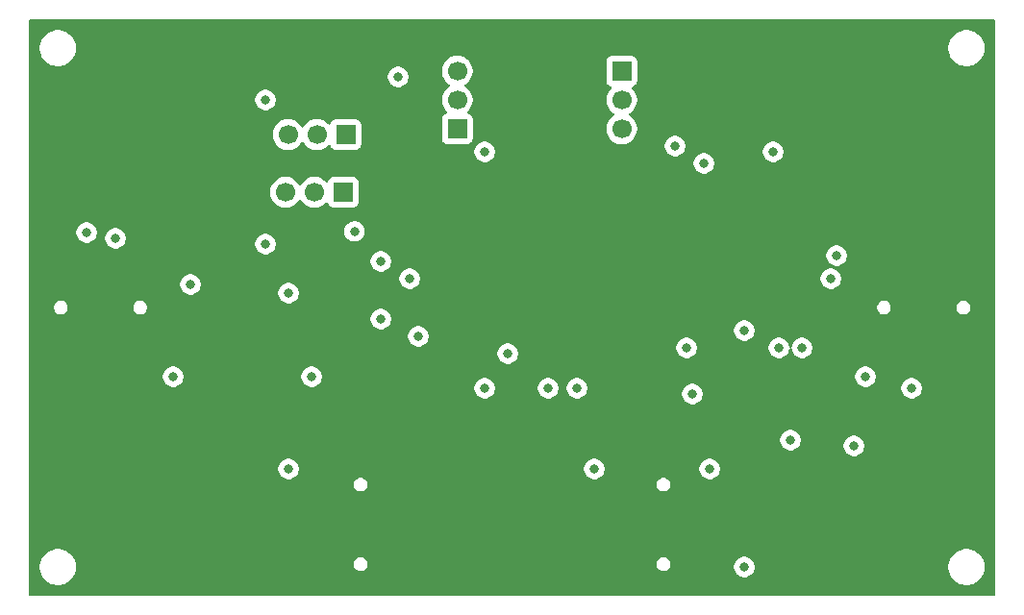
<source format=gbr>
%TF.GenerationSoftware,KiCad,Pcbnew,9.0.2*%
%TF.CreationDate,2025-12-24T14:08:25+02:00*%
%TF.ProjectId,party_line,70617274-795f-46c6-996e-652e6b696361,rev?*%
%TF.SameCoordinates,Original*%
%TF.FileFunction,Copper,L3,Inr*%
%TF.FilePolarity,Positive*%
%FSLAX46Y46*%
G04 Gerber Fmt 4.6, Leading zero omitted, Abs format (unit mm)*
G04 Created by KiCad (PCBNEW 9.0.2) date 2025-12-24 14:08:25*
%MOMM*%
%LPD*%
G01*
G04 APERTURE LIST*
%TA.AperFunction,ComponentPad*%
%ADD10R,1.700000X1.700000*%
%TD*%
%TA.AperFunction,ComponentPad*%
%ADD11C,1.700000*%
%TD*%
%TA.AperFunction,ViaPad*%
%ADD12C,0.800000*%
%TD*%
G04 APERTURE END LIST*
D10*
%TO.N,Net-(SW1-B)*%
%TO.C,RV3*%
X119110000Y-76200000D03*
D11*
%TO.N,Net-(U2--)*%
X116570000Y-76200000D03*
%TO.N,GND*%
X114030000Y-76200000D03*
%TD*%
D10*
%TO.N,PIn_B*%
%TO.C,SW2*%
X129159000Y-70612000D03*
D11*
%TO.N,Net-(SW2-B)*%
X129159000Y-68072000D03*
%TO.N,PIn_A*%
X129159000Y-65532000D03*
%TD*%
D10*
%TO.N,Net-(C7-Pad2)*%
%TO.C,RV2*%
X143637000Y-65532000D03*
D11*
%TO.N,Net-(U2-+)*%
X143637000Y-68072000D03*
%TO.N,GND*%
X143637000Y-70612000D03*
%TD*%
D10*
%TO.N,Net-(SW1-A)*%
%TO.C,SW1*%
X119335000Y-71120000D03*
D11*
%TO.N,Net-(SW1-B)*%
X116795000Y-71120000D03*
%TO.N,Net-(SW1-C)*%
X114255000Y-71120000D03*
%TD*%
D12*
%TO.N,GND*%
X131572000Y-72644000D03*
X131572000Y-93472000D03*
X162560000Y-81788000D03*
%TO.N,PBus*%
X165100000Y-92456000D03*
%TO.N,IBus*%
X169164000Y-93472000D03*
%TO.N,PIn_A*%
X137160000Y-93472000D03*
%TO.N,PIn_B*%
X139700000Y-93472000D03*
%TO.N,GND*%
X141224000Y-100584000D03*
X151384000Y-100584000D03*
X114300000Y-100584000D03*
X104140000Y-92456000D03*
%TO.N,PBus*%
X105664000Y-84328000D03*
%TO.N,IBus*%
X99060000Y-80264000D03*
%TO.N,+12V*%
X96520000Y-79756000D03*
%TO.N,VCC*%
X158496000Y-82296000D03*
X154940000Y-106172000D03*
%TO.N,Net-(C3-Pad2)*%
X150876000Y-73660000D03*
X123952000Y-66040000D03*
%TO.N,+12V*%
X122428000Y-82296000D03*
X154432000Y-109220000D03*
%TO.N,Net-(U2-+)*%
X122428000Y-87376000D03*
X133604000Y-90424000D03*
%TO.N,GND*%
X120103500Y-79651500D03*
X156972000Y-72644000D03*
X159512000Y-89916000D03*
X158496000Y-98044000D03*
X164084000Y-98552000D03*
X162052000Y-83820000D03*
X154432000Y-88392000D03*
X157480000Y-89916000D03*
X149352000Y-89916000D03*
X149860000Y-93980000D03*
X148336000Y-72136000D03*
X112268000Y-68072000D03*
X112268000Y-80772000D03*
X114300000Y-85090000D03*
X125730000Y-88900000D03*
%TO.N,Net-(C12-Pad2)*%
X116332000Y-92456000D03*
X124968000Y-83820000D03*
%TD*%
%TA.AperFunction,Conductor*%
%TO.N,VCC*%
G36*
X176472539Y-60980185D02*
G01*
X176518294Y-61032989D01*
X176529500Y-61084500D01*
X176529500Y-111635500D01*
X176509815Y-111702539D01*
X176457011Y-111748294D01*
X176405500Y-111759500D01*
X91564500Y-111759500D01*
X91497461Y-111739815D01*
X91451706Y-111687011D01*
X91440500Y-111635500D01*
X91440500Y-109094038D01*
X92379500Y-109094038D01*
X92379500Y-109094505D01*
X92379500Y-109345962D01*
X92406998Y-109519576D01*
X92418910Y-109594785D01*
X92496760Y-109834383D01*
X92611132Y-110058848D01*
X92759201Y-110262649D01*
X92759205Y-110262654D01*
X92937345Y-110440794D01*
X92937350Y-110440798D01*
X93115117Y-110569952D01*
X93141155Y-110588870D01*
X93284184Y-110661747D01*
X93365616Y-110703239D01*
X93365618Y-110703239D01*
X93365621Y-110703241D01*
X93605215Y-110781090D01*
X93854038Y-110820500D01*
X93854039Y-110820500D01*
X94105961Y-110820500D01*
X94105962Y-110820500D01*
X94354785Y-110781090D01*
X94594379Y-110703241D01*
X94818845Y-110588870D01*
X95022656Y-110440793D01*
X95200793Y-110262656D01*
X95348870Y-110058845D01*
X95463241Y-109834379D01*
X95541090Y-109594785D01*
X95580500Y-109345962D01*
X95580500Y-109094038D01*
X95546749Y-108880943D01*
X120049500Y-108880943D01*
X120049500Y-108881750D01*
X120049500Y-109039057D01*
X120089790Y-109189419D01*
X120090423Y-109191783D01*
X120090426Y-109191790D01*
X120169475Y-109328709D01*
X120169479Y-109328714D01*
X120169480Y-109328716D01*
X120281284Y-109440520D01*
X120281286Y-109440521D01*
X120281290Y-109440524D01*
X120354285Y-109482667D01*
X120418216Y-109519577D01*
X120570943Y-109560500D01*
X120570945Y-109560500D01*
X120729055Y-109560500D01*
X120729057Y-109560500D01*
X120881784Y-109519577D01*
X121018716Y-109440520D01*
X121130520Y-109328716D01*
X121209577Y-109191784D01*
X121250500Y-109039057D01*
X121250500Y-108880943D01*
X146719500Y-108880943D01*
X146719500Y-108881750D01*
X146719500Y-109039057D01*
X146759790Y-109189419D01*
X146760423Y-109191783D01*
X146760426Y-109191790D01*
X146839475Y-109328709D01*
X146839479Y-109328714D01*
X146839480Y-109328716D01*
X146951284Y-109440520D01*
X146951286Y-109440521D01*
X146951290Y-109440524D01*
X147024285Y-109482667D01*
X147088216Y-109519577D01*
X147240943Y-109560500D01*
X147240945Y-109560500D01*
X147399055Y-109560500D01*
X147399057Y-109560500D01*
X147551784Y-109519577D01*
X147688716Y-109440520D01*
X147800520Y-109328716D01*
X147879577Y-109191784D01*
X147895783Y-109131304D01*
X153531500Y-109131304D01*
X153531500Y-109308695D01*
X153566103Y-109482658D01*
X153566106Y-109482667D01*
X153633983Y-109646540D01*
X153633990Y-109646553D01*
X153732535Y-109794034D01*
X153732538Y-109794038D01*
X153857961Y-109919461D01*
X153857965Y-109919464D01*
X154005446Y-110018009D01*
X154005459Y-110018016D01*
X154096525Y-110055736D01*
X154169334Y-110085894D01*
X154169336Y-110085894D01*
X154169341Y-110085896D01*
X154343304Y-110120499D01*
X154343307Y-110120500D01*
X154343309Y-110120500D01*
X154520693Y-110120500D01*
X154520694Y-110120499D01*
X154578682Y-110108964D01*
X154694658Y-110085896D01*
X154694661Y-110085894D01*
X154694666Y-110085894D01*
X154858547Y-110018013D01*
X155006035Y-109919464D01*
X155131464Y-109794035D01*
X155230013Y-109646547D01*
X155297894Y-109482666D01*
X155306278Y-109440520D01*
X155325179Y-109345495D01*
X155332500Y-109308691D01*
X155332500Y-109131309D01*
X155328929Y-109113356D01*
X155328929Y-109113353D01*
X155325087Y-109094038D01*
X172389500Y-109094038D01*
X172389500Y-109094505D01*
X172389500Y-109345962D01*
X172416998Y-109519576D01*
X172428910Y-109594785D01*
X172506760Y-109834383D01*
X172621132Y-110058848D01*
X172769201Y-110262649D01*
X172769205Y-110262654D01*
X172947345Y-110440794D01*
X172947350Y-110440798D01*
X173125117Y-110569952D01*
X173151155Y-110588870D01*
X173294184Y-110661747D01*
X173375616Y-110703239D01*
X173375618Y-110703239D01*
X173375621Y-110703241D01*
X173615215Y-110781090D01*
X173864038Y-110820500D01*
X173864039Y-110820500D01*
X174115961Y-110820500D01*
X174115962Y-110820500D01*
X174364785Y-110781090D01*
X174604379Y-110703241D01*
X174828845Y-110588870D01*
X175032656Y-110440793D01*
X175210793Y-110262656D01*
X175358870Y-110058845D01*
X175473241Y-109834379D01*
X175551090Y-109594785D01*
X175590500Y-109345962D01*
X175590500Y-109094038D01*
X175551090Y-108845215D01*
X175473241Y-108605621D01*
X175473239Y-108605618D01*
X175473239Y-108605616D01*
X175411468Y-108484385D01*
X175358870Y-108381155D01*
X175314075Y-108319500D01*
X175210798Y-108177350D01*
X175210794Y-108177345D01*
X175032654Y-107999205D01*
X175032649Y-107999201D01*
X174828848Y-107851132D01*
X174828847Y-107851131D01*
X174828845Y-107851130D01*
X174758747Y-107815413D01*
X174604383Y-107736760D01*
X174364785Y-107658910D01*
X174115962Y-107619500D01*
X173864038Y-107619500D01*
X173739626Y-107639205D01*
X173615214Y-107658910D01*
X173375616Y-107736760D01*
X173151151Y-107851132D01*
X172947350Y-107999201D01*
X172947345Y-107999205D01*
X172769205Y-108177345D01*
X172769201Y-108177350D01*
X172621132Y-108381151D01*
X172506760Y-108605616D01*
X172428910Y-108845214D01*
X172398208Y-109039056D01*
X172389500Y-109094038D01*
X155325087Y-109094038D01*
X155297895Y-108957340D01*
X155297894Y-108957334D01*
X155270921Y-108892214D01*
X155230016Y-108793459D01*
X155230009Y-108793446D01*
X155131464Y-108645965D01*
X155131461Y-108645961D01*
X155006038Y-108520538D01*
X155006034Y-108520535D01*
X154858553Y-108421990D01*
X154858540Y-108421983D01*
X154694667Y-108354106D01*
X154694658Y-108354103D01*
X154520694Y-108319500D01*
X154520691Y-108319500D01*
X154343309Y-108319500D01*
X154343306Y-108319500D01*
X154169341Y-108354103D01*
X154169332Y-108354106D01*
X154005459Y-108421983D01*
X154005446Y-108421990D01*
X153857965Y-108520535D01*
X153857961Y-108520538D01*
X153732538Y-108645961D01*
X153732535Y-108645965D01*
X153633990Y-108793446D01*
X153633983Y-108793459D01*
X153566106Y-108957332D01*
X153566103Y-108957341D01*
X153531500Y-109131304D01*
X147895783Y-109131304D01*
X147920500Y-109039057D01*
X147920500Y-108880943D01*
X147879577Y-108728216D01*
X147832090Y-108645965D01*
X147800524Y-108591290D01*
X147800518Y-108591282D01*
X147688717Y-108479481D01*
X147688709Y-108479475D01*
X147551790Y-108400426D01*
X147551786Y-108400424D01*
X147551784Y-108400423D01*
X147399057Y-108359500D01*
X147240943Y-108359500D01*
X147088216Y-108400423D01*
X147088209Y-108400426D01*
X146951290Y-108479475D01*
X146951282Y-108479481D01*
X146839481Y-108591282D01*
X146839475Y-108591290D01*
X146760426Y-108728209D01*
X146760423Y-108728216D01*
X146719500Y-108880943D01*
X121250500Y-108880943D01*
X121209577Y-108728216D01*
X121162090Y-108645965D01*
X121130524Y-108591290D01*
X121130518Y-108591282D01*
X121018717Y-108479481D01*
X121018709Y-108479475D01*
X120881790Y-108400426D01*
X120881786Y-108400424D01*
X120881784Y-108400423D01*
X120729057Y-108359500D01*
X120570943Y-108359500D01*
X120418216Y-108400423D01*
X120418209Y-108400426D01*
X120281290Y-108479475D01*
X120281282Y-108479481D01*
X120169481Y-108591282D01*
X120169475Y-108591290D01*
X120090426Y-108728209D01*
X120090423Y-108728216D01*
X120049500Y-108880943D01*
X95546749Y-108880943D01*
X95541090Y-108845215D01*
X95463241Y-108605621D01*
X95463239Y-108605618D01*
X95463239Y-108605616D01*
X95401468Y-108484385D01*
X95348870Y-108381155D01*
X95304075Y-108319500D01*
X95200798Y-108177350D01*
X95200794Y-108177345D01*
X95022654Y-107999205D01*
X95022649Y-107999201D01*
X94818848Y-107851132D01*
X94818847Y-107851131D01*
X94818845Y-107851130D01*
X94748747Y-107815413D01*
X94594383Y-107736760D01*
X94354785Y-107658910D01*
X94105962Y-107619500D01*
X93854038Y-107619500D01*
X93729626Y-107639205D01*
X93605214Y-107658910D01*
X93365616Y-107736760D01*
X93141151Y-107851132D01*
X92937350Y-107999201D01*
X92937345Y-107999205D01*
X92759205Y-108177345D01*
X92759201Y-108177350D01*
X92611132Y-108381151D01*
X92496760Y-108605616D01*
X92418910Y-108845214D01*
X92388208Y-109039056D01*
X92379500Y-109094038D01*
X91440500Y-109094038D01*
X91440500Y-101880943D01*
X120049500Y-101880943D01*
X120049500Y-101881750D01*
X120049500Y-102039057D01*
X120089790Y-102189419D01*
X120090423Y-102191783D01*
X120090426Y-102191790D01*
X120169475Y-102328709D01*
X120169479Y-102328714D01*
X120169480Y-102328716D01*
X120281284Y-102440520D01*
X120281286Y-102440521D01*
X120281290Y-102440524D01*
X120408324Y-102513866D01*
X120418216Y-102519577D01*
X120570943Y-102560500D01*
X120570945Y-102560500D01*
X120729055Y-102560500D01*
X120729057Y-102560500D01*
X120881784Y-102519577D01*
X121018716Y-102440520D01*
X121130520Y-102328716D01*
X121209577Y-102191784D01*
X121250500Y-102039057D01*
X121250500Y-101880943D01*
X146719500Y-101880943D01*
X146719500Y-101881750D01*
X146719500Y-102039057D01*
X146759790Y-102189419D01*
X146760423Y-102191783D01*
X146760426Y-102191790D01*
X146839475Y-102328709D01*
X146839479Y-102328714D01*
X146839480Y-102328716D01*
X146951284Y-102440520D01*
X146951286Y-102440521D01*
X146951290Y-102440524D01*
X147078324Y-102513866D01*
X147088216Y-102519577D01*
X147240943Y-102560500D01*
X147240945Y-102560500D01*
X147399055Y-102560500D01*
X147399057Y-102560500D01*
X147551784Y-102519577D01*
X147688716Y-102440520D01*
X147800520Y-102328716D01*
X147879577Y-102191784D01*
X147920500Y-102039057D01*
X147920500Y-101880943D01*
X147879577Y-101728216D01*
X147879573Y-101728209D01*
X147800524Y-101591290D01*
X147800518Y-101591282D01*
X147688717Y-101479481D01*
X147688709Y-101479475D01*
X147551790Y-101400426D01*
X147551786Y-101400424D01*
X147551784Y-101400423D01*
X147399057Y-101359500D01*
X147240943Y-101359500D01*
X147088216Y-101400423D01*
X147088209Y-101400426D01*
X146951290Y-101479475D01*
X146951282Y-101479481D01*
X146839481Y-101591282D01*
X146839475Y-101591290D01*
X146760426Y-101728209D01*
X146760423Y-101728216D01*
X146719500Y-101880943D01*
X121250500Y-101880943D01*
X121209577Y-101728216D01*
X121209573Y-101728209D01*
X121130524Y-101591290D01*
X121130518Y-101591282D01*
X121018717Y-101479481D01*
X121018709Y-101479475D01*
X120881790Y-101400426D01*
X120881786Y-101400424D01*
X120881784Y-101400423D01*
X120729057Y-101359500D01*
X120570943Y-101359500D01*
X120418216Y-101400423D01*
X120418209Y-101400426D01*
X120281290Y-101479475D01*
X120281282Y-101479481D01*
X120169481Y-101591282D01*
X120169475Y-101591290D01*
X120090426Y-101728209D01*
X120090423Y-101728216D01*
X120049500Y-101880943D01*
X91440500Y-101880943D01*
X91440500Y-100495304D01*
X113399500Y-100495304D01*
X113399500Y-100672695D01*
X113434103Y-100846658D01*
X113434106Y-100846667D01*
X113501983Y-101010540D01*
X113501990Y-101010553D01*
X113600535Y-101158034D01*
X113600538Y-101158038D01*
X113725961Y-101283461D01*
X113725965Y-101283464D01*
X113873446Y-101382009D01*
X113873459Y-101382016D01*
X113996363Y-101432923D01*
X114037334Y-101449894D01*
X114037336Y-101449894D01*
X114037341Y-101449896D01*
X114211304Y-101484499D01*
X114211307Y-101484500D01*
X114211309Y-101484500D01*
X114388693Y-101484500D01*
X114388694Y-101484499D01*
X114446682Y-101472964D01*
X114562658Y-101449896D01*
X114562661Y-101449894D01*
X114562666Y-101449894D01*
X114726547Y-101382013D01*
X114874035Y-101283464D01*
X114999464Y-101158035D01*
X115098013Y-101010547D01*
X115165894Y-100846666D01*
X115200500Y-100672691D01*
X115200500Y-100495309D01*
X115200500Y-100495306D01*
X115200499Y-100495304D01*
X140323500Y-100495304D01*
X140323500Y-100672695D01*
X140358103Y-100846658D01*
X140358106Y-100846667D01*
X140425983Y-101010540D01*
X140425990Y-101010553D01*
X140524535Y-101158034D01*
X140524538Y-101158038D01*
X140649961Y-101283461D01*
X140649965Y-101283464D01*
X140797446Y-101382009D01*
X140797459Y-101382016D01*
X140920363Y-101432923D01*
X140961334Y-101449894D01*
X140961336Y-101449894D01*
X140961341Y-101449896D01*
X141135304Y-101484499D01*
X141135307Y-101484500D01*
X141135309Y-101484500D01*
X141312693Y-101484500D01*
X141312694Y-101484499D01*
X141370682Y-101472964D01*
X141486658Y-101449896D01*
X141486661Y-101449894D01*
X141486666Y-101449894D01*
X141650547Y-101382013D01*
X141798035Y-101283464D01*
X141923464Y-101158035D01*
X142022013Y-101010547D01*
X142089894Y-100846666D01*
X142124500Y-100672691D01*
X142124500Y-100495309D01*
X142124500Y-100495306D01*
X142124499Y-100495304D01*
X150483500Y-100495304D01*
X150483500Y-100672695D01*
X150518103Y-100846658D01*
X150518106Y-100846667D01*
X150585983Y-101010540D01*
X150585990Y-101010553D01*
X150684535Y-101158034D01*
X150684538Y-101158038D01*
X150809961Y-101283461D01*
X150809965Y-101283464D01*
X150957446Y-101382009D01*
X150957459Y-101382016D01*
X151080363Y-101432923D01*
X151121334Y-101449894D01*
X151121336Y-101449894D01*
X151121341Y-101449896D01*
X151295304Y-101484499D01*
X151295307Y-101484500D01*
X151295309Y-101484500D01*
X151472693Y-101484500D01*
X151472694Y-101484499D01*
X151530682Y-101472964D01*
X151646658Y-101449896D01*
X151646661Y-101449894D01*
X151646666Y-101449894D01*
X151810547Y-101382013D01*
X151958035Y-101283464D01*
X152083464Y-101158035D01*
X152182013Y-101010547D01*
X152249894Y-100846666D01*
X152284500Y-100672691D01*
X152284500Y-100495309D01*
X152284500Y-100495306D01*
X152284499Y-100495304D01*
X152249896Y-100321341D01*
X152249893Y-100321332D01*
X152182016Y-100157459D01*
X152182009Y-100157446D01*
X152083464Y-100009965D01*
X152083461Y-100009961D01*
X151958038Y-99884538D01*
X151958034Y-99884535D01*
X151810553Y-99785990D01*
X151810540Y-99785983D01*
X151646667Y-99718106D01*
X151646658Y-99718103D01*
X151472694Y-99683500D01*
X151472691Y-99683500D01*
X151295309Y-99683500D01*
X151295306Y-99683500D01*
X151121341Y-99718103D01*
X151121332Y-99718106D01*
X150957459Y-99785983D01*
X150957446Y-99785990D01*
X150809965Y-99884535D01*
X150809961Y-99884538D01*
X150684538Y-100009961D01*
X150684535Y-100009965D01*
X150585990Y-100157446D01*
X150585983Y-100157459D01*
X150518106Y-100321332D01*
X150518103Y-100321341D01*
X150483500Y-100495304D01*
X142124499Y-100495304D01*
X142089896Y-100321341D01*
X142089893Y-100321332D01*
X142022016Y-100157459D01*
X142022009Y-100157446D01*
X141923464Y-100009965D01*
X141923461Y-100009961D01*
X141798038Y-99884538D01*
X141798034Y-99884535D01*
X141650553Y-99785990D01*
X141650540Y-99785983D01*
X141486667Y-99718106D01*
X141486658Y-99718103D01*
X141312694Y-99683500D01*
X141312691Y-99683500D01*
X141135309Y-99683500D01*
X141135306Y-99683500D01*
X140961341Y-99718103D01*
X140961332Y-99718106D01*
X140797459Y-99785983D01*
X140797446Y-99785990D01*
X140649965Y-99884535D01*
X140649961Y-99884538D01*
X140524538Y-100009961D01*
X140524535Y-100009965D01*
X140425990Y-100157446D01*
X140425983Y-100157459D01*
X140358106Y-100321332D01*
X140358103Y-100321341D01*
X140323500Y-100495304D01*
X115200499Y-100495304D01*
X115165896Y-100321341D01*
X115165893Y-100321332D01*
X115098016Y-100157459D01*
X115098009Y-100157446D01*
X114999464Y-100009965D01*
X114999461Y-100009961D01*
X114874038Y-99884538D01*
X114874034Y-99884535D01*
X114726553Y-99785990D01*
X114726540Y-99785983D01*
X114562667Y-99718106D01*
X114562658Y-99718103D01*
X114388694Y-99683500D01*
X114388691Y-99683500D01*
X114211309Y-99683500D01*
X114211306Y-99683500D01*
X114037341Y-99718103D01*
X114037332Y-99718106D01*
X113873459Y-99785983D01*
X113873446Y-99785990D01*
X113725965Y-99884535D01*
X113725961Y-99884538D01*
X113600538Y-100009961D01*
X113600535Y-100009965D01*
X113501990Y-100157446D01*
X113501983Y-100157459D01*
X113434106Y-100321332D01*
X113434103Y-100321341D01*
X113399500Y-100495304D01*
X91440500Y-100495304D01*
X91440500Y-97955304D01*
X157595500Y-97955304D01*
X157595500Y-98132695D01*
X157630103Y-98306658D01*
X157630106Y-98306667D01*
X157697983Y-98470540D01*
X157697990Y-98470553D01*
X157796535Y-98618034D01*
X157796538Y-98618038D01*
X157921961Y-98743461D01*
X157921965Y-98743464D01*
X158069446Y-98842009D01*
X158069459Y-98842016D01*
X158192363Y-98892923D01*
X158233334Y-98909894D01*
X158233336Y-98909894D01*
X158233341Y-98909896D01*
X158407304Y-98944499D01*
X158407307Y-98944500D01*
X158407309Y-98944500D01*
X158584693Y-98944500D01*
X158584694Y-98944499D01*
X158642682Y-98932964D01*
X158758658Y-98909896D01*
X158758661Y-98909894D01*
X158758666Y-98909894D01*
X158922547Y-98842013D01*
X159070035Y-98743464D01*
X159195464Y-98618035D01*
X159294013Y-98470547D01*
X159297013Y-98463304D01*
X163183500Y-98463304D01*
X163183500Y-98640695D01*
X163218103Y-98814658D01*
X163218106Y-98814667D01*
X163285983Y-98978540D01*
X163285990Y-98978553D01*
X163384535Y-99126034D01*
X163384538Y-99126038D01*
X163509961Y-99251461D01*
X163509965Y-99251464D01*
X163657446Y-99350009D01*
X163657459Y-99350016D01*
X163780363Y-99400923D01*
X163821334Y-99417894D01*
X163821336Y-99417894D01*
X163821341Y-99417896D01*
X163995304Y-99452499D01*
X163995307Y-99452500D01*
X163995309Y-99452500D01*
X164172693Y-99452500D01*
X164172694Y-99452499D01*
X164230682Y-99440964D01*
X164346658Y-99417896D01*
X164346661Y-99417894D01*
X164346666Y-99417894D01*
X164510547Y-99350013D01*
X164658035Y-99251464D01*
X164783464Y-99126035D01*
X164882013Y-98978547D01*
X164949894Y-98814666D01*
X164984500Y-98640691D01*
X164984500Y-98463309D01*
X164984500Y-98463306D01*
X164984499Y-98463304D01*
X164949896Y-98289341D01*
X164949893Y-98289332D01*
X164882016Y-98125459D01*
X164882009Y-98125446D01*
X164783464Y-97977965D01*
X164783461Y-97977961D01*
X164658038Y-97852538D01*
X164658034Y-97852535D01*
X164510553Y-97753990D01*
X164510540Y-97753983D01*
X164346667Y-97686106D01*
X164346658Y-97686103D01*
X164172694Y-97651500D01*
X164172691Y-97651500D01*
X163995309Y-97651500D01*
X163995306Y-97651500D01*
X163821341Y-97686103D01*
X163821332Y-97686106D01*
X163657459Y-97753983D01*
X163657446Y-97753990D01*
X163509965Y-97852535D01*
X163509961Y-97852538D01*
X163384538Y-97977961D01*
X163384535Y-97977965D01*
X163285990Y-98125446D01*
X163285983Y-98125459D01*
X163218106Y-98289332D01*
X163218103Y-98289341D01*
X163183500Y-98463304D01*
X159297013Y-98463304D01*
X159361894Y-98306666D01*
X159365341Y-98289341D01*
X159396499Y-98132695D01*
X159396500Y-98132693D01*
X159396500Y-97955306D01*
X159396499Y-97955304D01*
X159361896Y-97781341D01*
X159361893Y-97781332D01*
X159294016Y-97617459D01*
X159294009Y-97617446D01*
X159195464Y-97469965D01*
X159195461Y-97469961D01*
X159070038Y-97344538D01*
X159070034Y-97344535D01*
X158922553Y-97245990D01*
X158922540Y-97245983D01*
X158758667Y-97178106D01*
X158758658Y-97178103D01*
X158584694Y-97143500D01*
X158584691Y-97143500D01*
X158407309Y-97143500D01*
X158407306Y-97143500D01*
X158233341Y-97178103D01*
X158233332Y-97178106D01*
X158069459Y-97245983D01*
X158069446Y-97245990D01*
X157921965Y-97344535D01*
X157921961Y-97344538D01*
X157796538Y-97469961D01*
X157796535Y-97469965D01*
X157697990Y-97617446D01*
X157697983Y-97617459D01*
X157630106Y-97781332D01*
X157630103Y-97781341D01*
X157595500Y-97955304D01*
X91440500Y-97955304D01*
X91440500Y-93383304D01*
X130671500Y-93383304D01*
X130671500Y-93560695D01*
X130706103Y-93734658D01*
X130706106Y-93734667D01*
X130773983Y-93898540D01*
X130773990Y-93898553D01*
X130872535Y-94046034D01*
X130872538Y-94046038D01*
X130997961Y-94171461D01*
X130997965Y-94171464D01*
X131145446Y-94270009D01*
X131145459Y-94270016D01*
X131268363Y-94320923D01*
X131309334Y-94337894D01*
X131309336Y-94337894D01*
X131309341Y-94337896D01*
X131483304Y-94372499D01*
X131483307Y-94372500D01*
X131483309Y-94372500D01*
X131660693Y-94372500D01*
X131660694Y-94372499D01*
X131718682Y-94360964D01*
X131834658Y-94337896D01*
X131834661Y-94337894D01*
X131834666Y-94337894D01*
X131998547Y-94270013D01*
X132146035Y-94171464D01*
X132271464Y-94046035D01*
X132370013Y-93898547D01*
X132437894Y-93734666D01*
X132441341Y-93717341D01*
X132472499Y-93560695D01*
X132472500Y-93560693D01*
X132472500Y-93383306D01*
X132472499Y-93383304D01*
X136259500Y-93383304D01*
X136259500Y-93560695D01*
X136294103Y-93734658D01*
X136294106Y-93734667D01*
X136361983Y-93898540D01*
X136361990Y-93898553D01*
X136460535Y-94046034D01*
X136460538Y-94046038D01*
X136585961Y-94171461D01*
X136585965Y-94171464D01*
X136733446Y-94270009D01*
X136733459Y-94270016D01*
X136856363Y-94320923D01*
X136897334Y-94337894D01*
X136897336Y-94337894D01*
X136897341Y-94337896D01*
X137071304Y-94372499D01*
X137071307Y-94372500D01*
X137071309Y-94372500D01*
X137248693Y-94372500D01*
X137248694Y-94372499D01*
X137306682Y-94360964D01*
X137422658Y-94337896D01*
X137422661Y-94337894D01*
X137422666Y-94337894D01*
X137586547Y-94270013D01*
X137734035Y-94171464D01*
X137859464Y-94046035D01*
X137958013Y-93898547D01*
X138025894Y-93734666D01*
X138029341Y-93717341D01*
X138060499Y-93560695D01*
X138060500Y-93560693D01*
X138060500Y-93383306D01*
X138060499Y-93383304D01*
X138799500Y-93383304D01*
X138799500Y-93560695D01*
X138834103Y-93734658D01*
X138834106Y-93734667D01*
X138901983Y-93898540D01*
X138901990Y-93898553D01*
X139000535Y-94046034D01*
X139000538Y-94046038D01*
X139125961Y-94171461D01*
X139125965Y-94171464D01*
X139273446Y-94270009D01*
X139273459Y-94270016D01*
X139396363Y-94320923D01*
X139437334Y-94337894D01*
X139437336Y-94337894D01*
X139437341Y-94337896D01*
X139611304Y-94372499D01*
X139611307Y-94372500D01*
X139611309Y-94372500D01*
X139788693Y-94372500D01*
X139788694Y-94372499D01*
X139846682Y-94360964D01*
X139962658Y-94337896D01*
X139962661Y-94337894D01*
X139962666Y-94337894D01*
X140126547Y-94270013D01*
X140274035Y-94171464D01*
X140399464Y-94046035D01*
X140498013Y-93898547D01*
X140501013Y-93891304D01*
X148959500Y-93891304D01*
X148959500Y-94068695D01*
X148994103Y-94242658D01*
X148994106Y-94242667D01*
X149061983Y-94406540D01*
X149061990Y-94406553D01*
X149160535Y-94554034D01*
X149160538Y-94554038D01*
X149285961Y-94679461D01*
X149285965Y-94679464D01*
X149433446Y-94778009D01*
X149433459Y-94778016D01*
X149556363Y-94828923D01*
X149597334Y-94845894D01*
X149597336Y-94845894D01*
X149597341Y-94845896D01*
X149771304Y-94880499D01*
X149771307Y-94880500D01*
X149771309Y-94880500D01*
X149948693Y-94880500D01*
X149948694Y-94880499D01*
X150006682Y-94868964D01*
X150122658Y-94845896D01*
X150122661Y-94845894D01*
X150122666Y-94845894D01*
X150286547Y-94778013D01*
X150434035Y-94679464D01*
X150559464Y-94554035D01*
X150658013Y-94406547D01*
X150725894Y-94242666D01*
X150760500Y-94068691D01*
X150760500Y-93891309D01*
X150760500Y-93891306D01*
X150760499Y-93891304D01*
X150725896Y-93717341D01*
X150725893Y-93717332D01*
X150658016Y-93553459D01*
X150658009Y-93553446D01*
X150559464Y-93405965D01*
X150559461Y-93405961D01*
X150536804Y-93383304D01*
X168263500Y-93383304D01*
X168263500Y-93560695D01*
X168298103Y-93734658D01*
X168298106Y-93734667D01*
X168365983Y-93898540D01*
X168365990Y-93898553D01*
X168464535Y-94046034D01*
X168464538Y-94046038D01*
X168589961Y-94171461D01*
X168589965Y-94171464D01*
X168737446Y-94270009D01*
X168737459Y-94270016D01*
X168860363Y-94320923D01*
X168901334Y-94337894D01*
X168901336Y-94337894D01*
X168901341Y-94337896D01*
X169075304Y-94372499D01*
X169075307Y-94372500D01*
X169075309Y-94372500D01*
X169252693Y-94372500D01*
X169252694Y-94372499D01*
X169310682Y-94360964D01*
X169426658Y-94337896D01*
X169426661Y-94337894D01*
X169426666Y-94337894D01*
X169590547Y-94270013D01*
X169738035Y-94171464D01*
X169863464Y-94046035D01*
X169962013Y-93898547D01*
X170029894Y-93734666D01*
X170033341Y-93717341D01*
X170064499Y-93560695D01*
X170064500Y-93560693D01*
X170064500Y-93383306D01*
X170064499Y-93383304D01*
X170029896Y-93209341D01*
X170029893Y-93209332D01*
X169962016Y-93045459D01*
X169962009Y-93045446D01*
X169863464Y-92897965D01*
X169863461Y-92897961D01*
X169738038Y-92772538D01*
X169738034Y-92772535D01*
X169590553Y-92673990D01*
X169590540Y-92673983D01*
X169426667Y-92606106D01*
X169426658Y-92606103D01*
X169252694Y-92571500D01*
X169252691Y-92571500D01*
X169075309Y-92571500D01*
X169075306Y-92571500D01*
X168901341Y-92606103D01*
X168901332Y-92606106D01*
X168737459Y-92673983D01*
X168737446Y-92673990D01*
X168589965Y-92772535D01*
X168589961Y-92772538D01*
X168464538Y-92897961D01*
X168464535Y-92897965D01*
X168365990Y-93045446D01*
X168365983Y-93045459D01*
X168298106Y-93209332D01*
X168298103Y-93209341D01*
X168263500Y-93383304D01*
X150536804Y-93383304D01*
X150434038Y-93280538D01*
X150434034Y-93280535D01*
X150286553Y-93181990D01*
X150286540Y-93181983D01*
X150122667Y-93114106D01*
X150122658Y-93114103D01*
X149948694Y-93079500D01*
X149948691Y-93079500D01*
X149771309Y-93079500D01*
X149771306Y-93079500D01*
X149597341Y-93114103D01*
X149597332Y-93114106D01*
X149433459Y-93181983D01*
X149433446Y-93181990D01*
X149285965Y-93280535D01*
X149285961Y-93280538D01*
X149160538Y-93405961D01*
X149160535Y-93405965D01*
X149061990Y-93553446D01*
X149061983Y-93553459D01*
X148994106Y-93717332D01*
X148994103Y-93717341D01*
X148959500Y-93891304D01*
X140501013Y-93891304D01*
X140565894Y-93734666D01*
X140569341Y-93717341D01*
X140600499Y-93560695D01*
X140600500Y-93560693D01*
X140600500Y-93383306D01*
X140600499Y-93383304D01*
X140565896Y-93209341D01*
X140565893Y-93209332D01*
X140498016Y-93045459D01*
X140498009Y-93045446D01*
X140399464Y-92897965D01*
X140399461Y-92897961D01*
X140274038Y-92772538D01*
X140274034Y-92772535D01*
X140126553Y-92673990D01*
X140126540Y-92673983D01*
X139962667Y-92606106D01*
X139962658Y-92606103D01*
X139788694Y-92571500D01*
X139788691Y-92571500D01*
X139611309Y-92571500D01*
X139611306Y-92571500D01*
X139437341Y-92606103D01*
X139437332Y-92606106D01*
X139273459Y-92673983D01*
X139273446Y-92673990D01*
X139125965Y-92772535D01*
X139125961Y-92772538D01*
X139000538Y-92897961D01*
X139000535Y-92897965D01*
X138901990Y-93045446D01*
X138901983Y-93045459D01*
X138834106Y-93209332D01*
X138834103Y-93209341D01*
X138799500Y-93383304D01*
X138060499Y-93383304D01*
X138025896Y-93209341D01*
X138025893Y-93209332D01*
X137958016Y-93045459D01*
X137958009Y-93045446D01*
X137859464Y-92897965D01*
X137859461Y-92897961D01*
X137734038Y-92772538D01*
X137734034Y-92772535D01*
X137586553Y-92673990D01*
X137586540Y-92673983D01*
X137422667Y-92606106D01*
X137422658Y-92606103D01*
X137248694Y-92571500D01*
X137248691Y-92571500D01*
X137071309Y-92571500D01*
X137071306Y-92571500D01*
X136897341Y-92606103D01*
X136897332Y-92606106D01*
X136733459Y-92673983D01*
X136733446Y-92673990D01*
X136585965Y-92772535D01*
X136585961Y-92772538D01*
X136460538Y-92897961D01*
X136460535Y-92897965D01*
X136361990Y-93045446D01*
X136361983Y-93045459D01*
X136294106Y-93209332D01*
X136294103Y-93209341D01*
X136259500Y-93383304D01*
X132472499Y-93383304D01*
X132437896Y-93209341D01*
X132437893Y-93209332D01*
X132370016Y-93045459D01*
X132370009Y-93045446D01*
X132271464Y-92897965D01*
X132271461Y-92897961D01*
X132146038Y-92772538D01*
X132146034Y-92772535D01*
X131998553Y-92673990D01*
X131998540Y-92673983D01*
X131834667Y-92606106D01*
X131834658Y-92606103D01*
X131660694Y-92571500D01*
X131660691Y-92571500D01*
X131483309Y-92571500D01*
X131483306Y-92571500D01*
X131309341Y-92606103D01*
X131309332Y-92606106D01*
X131145459Y-92673983D01*
X131145446Y-92673990D01*
X130997965Y-92772535D01*
X130997961Y-92772538D01*
X130872538Y-92897961D01*
X130872535Y-92897965D01*
X130773990Y-93045446D01*
X130773983Y-93045459D01*
X130706106Y-93209332D01*
X130706103Y-93209341D01*
X130671500Y-93383304D01*
X91440500Y-93383304D01*
X91440500Y-92367304D01*
X103239500Y-92367304D01*
X103239500Y-92544695D01*
X103274103Y-92718658D01*
X103274106Y-92718667D01*
X103341983Y-92882540D01*
X103341990Y-92882553D01*
X103440535Y-93030034D01*
X103440538Y-93030038D01*
X103565961Y-93155461D01*
X103565965Y-93155464D01*
X103713446Y-93254009D01*
X103713459Y-93254016D01*
X103836363Y-93304923D01*
X103877334Y-93321894D01*
X103877336Y-93321894D01*
X103877341Y-93321896D01*
X104051304Y-93356499D01*
X104051307Y-93356500D01*
X104051309Y-93356500D01*
X104228693Y-93356500D01*
X104228694Y-93356499D01*
X104286682Y-93344964D01*
X104402658Y-93321896D01*
X104402661Y-93321894D01*
X104402666Y-93321894D01*
X104566547Y-93254013D01*
X104714035Y-93155464D01*
X104839464Y-93030035D01*
X104938013Y-92882547D01*
X105005894Y-92718666D01*
X105014782Y-92673987D01*
X105040499Y-92544695D01*
X105040500Y-92544693D01*
X105040500Y-92367306D01*
X105040499Y-92367304D01*
X115431500Y-92367304D01*
X115431500Y-92544695D01*
X115466103Y-92718658D01*
X115466106Y-92718667D01*
X115533983Y-92882540D01*
X115533990Y-92882553D01*
X115632535Y-93030034D01*
X115632538Y-93030038D01*
X115757961Y-93155461D01*
X115757965Y-93155464D01*
X115905446Y-93254009D01*
X115905459Y-93254016D01*
X116028363Y-93304923D01*
X116069334Y-93321894D01*
X116069336Y-93321894D01*
X116069341Y-93321896D01*
X116243304Y-93356499D01*
X116243307Y-93356500D01*
X116243309Y-93356500D01*
X116420693Y-93356500D01*
X116420694Y-93356499D01*
X116478682Y-93344964D01*
X116594658Y-93321896D01*
X116594661Y-93321894D01*
X116594666Y-93321894D01*
X116669930Y-93290718D01*
X116737682Y-93262656D01*
X116758540Y-93254016D01*
X116758540Y-93254015D01*
X116758547Y-93254013D01*
X116906035Y-93155464D01*
X117031464Y-93030035D01*
X117130013Y-92882547D01*
X117197894Y-92718666D01*
X117206782Y-92673987D01*
X117232499Y-92544695D01*
X117232500Y-92544693D01*
X117232500Y-92367306D01*
X117232499Y-92367304D01*
X164199500Y-92367304D01*
X164199500Y-92544695D01*
X164234103Y-92718658D01*
X164234106Y-92718667D01*
X164301983Y-92882540D01*
X164301990Y-92882553D01*
X164400535Y-93030034D01*
X164400538Y-93030038D01*
X164525961Y-93155461D01*
X164525965Y-93155464D01*
X164673446Y-93254009D01*
X164673459Y-93254016D01*
X164796363Y-93304923D01*
X164837334Y-93321894D01*
X164837336Y-93321894D01*
X164837341Y-93321896D01*
X165011304Y-93356499D01*
X165011307Y-93356500D01*
X165011309Y-93356500D01*
X165188693Y-93356500D01*
X165188694Y-93356499D01*
X165246682Y-93344964D01*
X165362658Y-93321896D01*
X165362661Y-93321894D01*
X165362666Y-93321894D01*
X165437930Y-93290718D01*
X165505682Y-93262656D01*
X165526540Y-93254016D01*
X165526540Y-93254015D01*
X165526547Y-93254013D01*
X165674035Y-93155464D01*
X165799464Y-93030035D01*
X165898013Y-92882547D01*
X165965894Y-92718666D01*
X165974782Y-92673987D01*
X166000499Y-92544695D01*
X166000500Y-92544693D01*
X166000500Y-92367306D01*
X166000499Y-92367304D01*
X165965896Y-92193341D01*
X165965893Y-92193332D01*
X165898016Y-92029459D01*
X165898009Y-92029446D01*
X165799464Y-91881965D01*
X165799461Y-91881961D01*
X165674038Y-91756538D01*
X165674034Y-91756535D01*
X165526553Y-91657990D01*
X165526540Y-91657983D01*
X165362667Y-91590106D01*
X165362658Y-91590103D01*
X165188694Y-91555500D01*
X165188691Y-91555500D01*
X165011309Y-91555500D01*
X165011306Y-91555500D01*
X164837341Y-91590103D01*
X164837332Y-91590106D01*
X164673459Y-91657983D01*
X164673446Y-91657990D01*
X164525965Y-91756535D01*
X164525961Y-91756538D01*
X164400538Y-91881961D01*
X164400535Y-91881965D01*
X164301990Y-92029446D01*
X164301983Y-92029459D01*
X164234106Y-92193332D01*
X164234103Y-92193341D01*
X164199500Y-92367304D01*
X117232499Y-92367304D01*
X117197896Y-92193341D01*
X117197893Y-92193332D01*
X117130016Y-92029459D01*
X117130009Y-92029446D01*
X117031464Y-91881965D01*
X117031461Y-91881961D01*
X116906038Y-91756538D01*
X116906034Y-91756535D01*
X116758553Y-91657990D01*
X116758540Y-91657983D01*
X116594667Y-91590106D01*
X116594658Y-91590103D01*
X116420694Y-91555500D01*
X116420691Y-91555500D01*
X116243309Y-91555500D01*
X116243306Y-91555500D01*
X116069341Y-91590103D01*
X116069332Y-91590106D01*
X115905459Y-91657983D01*
X115905446Y-91657990D01*
X115757965Y-91756535D01*
X115757961Y-91756538D01*
X115632538Y-91881961D01*
X115632535Y-91881965D01*
X115533990Y-92029446D01*
X115533983Y-92029459D01*
X115466106Y-92193332D01*
X115466103Y-92193341D01*
X115431500Y-92367304D01*
X105040499Y-92367304D01*
X105005896Y-92193341D01*
X105005893Y-92193332D01*
X104938016Y-92029459D01*
X104938009Y-92029446D01*
X104839464Y-91881965D01*
X104839461Y-91881961D01*
X104714038Y-91756538D01*
X104714034Y-91756535D01*
X104566553Y-91657990D01*
X104566540Y-91657983D01*
X104402667Y-91590106D01*
X104402658Y-91590103D01*
X104228694Y-91555500D01*
X104228691Y-91555500D01*
X104051309Y-91555500D01*
X104051306Y-91555500D01*
X103877341Y-91590103D01*
X103877332Y-91590106D01*
X103713459Y-91657983D01*
X103713446Y-91657990D01*
X103565965Y-91756535D01*
X103565961Y-91756538D01*
X103440538Y-91881961D01*
X103440535Y-91881965D01*
X103341990Y-92029446D01*
X103341983Y-92029459D01*
X103274106Y-92193332D01*
X103274103Y-92193341D01*
X103239500Y-92367304D01*
X91440500Y-92367304D01*
X91440500Y-90335304D01*
X132703500Y-90335304D01*
X132703500Y-90512695D01*
X132738103Y-90686658D01*
X132738106Y-90686667D01*
X132805983Y-90850540D01*
X132805990Y-90850553D01*
X132904535Y-90998034D01*
X132904538Y-90998038D01*
X133029961Y-91123461D01*
X133029965Y-91123464D01*
X133177446Y-91222009D01*
X133177459Y-91222016D01*
X133300363Y-91272923D01*
X133341334Y-91289894D01*
X133341336Y-91289894D01*
X133341341Y-91289896D01*
X133515304Y-91324499D01*
X133515307Y-91324500D01*
X133515309Y-91324500D01*
X133692693Y-91324500D01*
X133692694Y-91324499D01*
X133750682Y-91312964D01*
X133866658Y-91289896D01*
X133866661Y-91289894D01*
X133866666Y-91289894D01*
X134030547Y-91222013D01*
X134178035Y-91123464D01*
X134303464Y-90998035D01*
X134402013Y-90850547D01*
X134469894Y-90686666D01*
X134504500Y-90512691D01*
X134504500Y-90335309D01*
X134504500Y-90335306D01*
X134504499Y-90335304D01*
X134469896Y-90161341D01*
X134469893Y-90161332D01*
X134402016Y-89997459D01*
X134402014Y-89997455D01*
X134402013Y-89997453D01*
X134303464Y-89849965D01*
X134303461Y-89849961D01*
X134280804Y-89827304D01*
X148451500Y-89827304D01*
X148451500Y-90004695D01*
X148486103Y-90178658D01*
X148486106Y-90178667D01*
X148553983Y-90342540D01*
X148553990Y-90342553D01*
X148652535Y-90490034D01*
X148652538Y-90490038D01*
X148777961Y-90615461D01*
X148777965Y-90615464D01*
X148925446Y-90714009D01*
X148925459Y-90714016D01*
X149048363Y-90764923D01*
X149089334Y-90781894D01*
X149089336Y-90781894D01*
X149089341Y-90781896D01*
X149263304Y-90816499D01*
X149263307Y-90816500D01*
X149263309Y-90816500D01*
X149440693Y-90816500D01*
X149440694Y-90816499D01*
X149498682Y-90804964D01*
X149614658Y-90781896D01*
X149614661Y-90781894D01*
X149614666Y-90781894D01*
X149778547Y-90714013D01*
X149926035Y-90615464D01*
X150051464Y-90490035D01*
X150150013Y-90342547D01*
X150217894Y-90178666D01*
X150221341Y-90161341D01*
X150252499Y-90004695D01*
X150252500Y-90004693D01*
X150252500Y-89827306D01*
X150252499Y-89827304D01*
X156579500Y-89827304D01*
X156579500Y-90004695D01*
X156614103Y-90178658D01*
X156614106Y-90178667D01*
X156681983Y-90342540D01*
X156681990Y-90342553D01*
X156780535Y-90490034D01*
X156780538Y-90490038D01*
X156905961Y-90615461D01*
X156905965Y-90615464D01*
X157053446Y-90714009D01*
X157053459Y-90714016D01*
X157176363Y-90764923D01*
X157217334Y-90781894D01*
X157217336Y-90781894D01*
X157217341Y-90781896D01*
X157391304Y-90816499D01*
X157391307Y-90816500D01*
X157391309Y-90816500D01*
X157568693Y-90816500D01*
X157568694Y-90816499D01*
X157626682Y-90804964D01*
X157742658Y-90781896D01*
X157742661Y-90781894D01*
X157742666Y-90781894D01*
X157906547Y-90714013D01*
X158054035Y-90615464D01*
X158179464Y-90490035D01*
X158278013Y-90342547D01*
X158345894Y-90178666D01*
X158345896Y-90178658D01*
X158374383Y-90035446D01*
X158406768Y-89973535D01*
X158467484Y-89938961D01*
X158537253Y-89942700D01*
X158593925Y-89983567D01*
X158617617Y-90035446D01*
X158646103Y-90178658D01*
X158646106Y-90178667D01*
X158713983Y-90342540D01*
X158713990Y-90342553D01*
X158812535Y-90490034D01*
X158812538Y-90490038D01*
X158937961Y-90615461D01*
X158937965Y-90615464D01*
X159085446Y-90714009D01*
X159085459Y-90714016D01*
X159208363Y-90764923D01*
X159249334Y-90781894D01*
X159249336Y-90781894D01*
X159249341Y-90781896D01*
X159423304Y-90816499D01*
X159423307Y-90816500D01*
X159423309Y-90816500D01*
X159600693Y-90816500D01*
X159600694Y-90816499D01*
X159658682Y-90804964D01*
X159774658Y-90781896D01*
X159774661Y-90781894D01*
X159774666Y-90781894D01*
X159938547Y-90714013D01*
X160086035Y-90615464D01*
X160211464Y-90490035D01*
X160310013Y-90342547D01*
X160377894Y-90178666D01*
X160381341Y-90161341D01*
X160412499Y-90004695D01*
X160412500Y-90004693D01*
X160412500Y-89827306D01*
X160412499Y-89827304D01*
X160377896Y-89653341D01*
X160377893Y-89653332D01*
X160310016Y-89489459D01*
X160310009Y-89489446D01*
X160211464Y-89341965D01*
X160211461Y-89341961D01*
X160086038Y-89216538D01*
X160086034Y-89216535D01*
X159938553Y-89117990D01*
X159938540Y-89117983D01*
X159774667Y-89050106D01*
X159774658Y-89050103D01*
X159600694Y-89015500D01*
X159600691Y-89015500D01*
X159423309Y-89015500D01*
X159423306Y-89015500D01*
X159249341Y-89050103D01*
X159249332Y-89050106D01*
X159085459Y-89117983D01*
X159085446Y-89117990D01*
X158937965Y-89216535D01*
X158937961Y-89216538D01*
X158812538Y-89341961D01*
X158812535Y-89341965D01*
X158713990Y-89489446D01*
X158713983Y-89489459D01*
X158646106Y-89653332D01*
X158646104Y-89653340D01*
X158617617Y-89796554D01*
X158585232Y-89858465D01*
X158524516Y-89893039D01*
X158454747Y-89889299D01*
X158398075Y-89848432D01*
X158374383Y-89796554D01*
X158345895Y-89653340D01*
X158345894Y-89653334D01*
X158306450Y-89558106D01*
X158278016Y-89489459D01*
X158278009Y-89489446D01*
X158179464Y-89341965D01*
X158179461Y-89341961D01*
X158054038Y-89216538D01*
X158054034Y-89216535D01*
X157906553Y-89117990D01*
X157906540Y-89117983D01*
X157742667Y-89050106D01*
X157742658Y-89050103D01*
X157568694Y-89015500D01*
X157568691Y-89015500D01*
X157391309Y-89015500D01*
X157391306Y-89015500D01*
X157217341Y-89050103D01*
X157217332Y-89050106D01*
X157053459Y-89117983D01*
X157053446Y-89117990D01*
X156905965Y-89216535D01*
X156905961Y-89216538D01*
X156780538Y-89341961D01*
X156780535Y-89341965D01*
X156681990Y-89489446D01*
X156681983Y-89489459D01*
X156614106Y-89653332D01*
X156614103Y-89653341D01*
X156579500Y-89827304D01*
X150252499Y-89827304D01*
X150217896Y-89653341D01*
X150217893Y-89653332D01*
X150150016Y-89489459D01*
X150150009Y-89489446D01*
X150051464Y-89341965D01*
X150051461Y-89341961D01*
X149926038Y-89216538D01*
X149926034Y-89216535D01*
X149778553Y-89117990D01*
X149778540Y-89117983D01*
X149614667Y-89050106D01*
X149614658Y-89050103D01*
X149440694Y-89015500D01*
X149440691Y-89015500D01*
X149263309Y-89015500D01*
X149263306Y-89015500D01*
X149089341Y-89050103D01*
X149089332Y-89050106D01*
X148925459Y-89117983D01*
X148925446Y-89117990D01*
X148777965Y-89216535D01*
X148777961Y-89216538D01*
X148652538Y-89341961D01*
X148652535Y-89341965D01*
X148553990Y-89489446D01*
X148553983Y-89489459D01*
X148486106Y-89653332D01*
X148486103Y-89653341D01*
X148451500Y-89827304D01*
X134280804Y-89827304D01*
X134178038Y-89724538D01*
X134178034Y-89724535D01*
X134030553Y-89625990D01*
X134030540Y-89625983D01*
X133866667Y-89558106D01*
X133866658Y-89558103D01*
X133692694Y-89523500D01*
X133692691Y-89523500D01*
X133515309Y-89523500D01*
X133515306Y-89523500D01*
X133341341Y-89558103D01*
X133341332Y-89558106D01*
X133177459Y-89625983D01*
X133177446Y-89625990D01*
X133029965Y-89724535D01*
X133029961Y-89724538D01*
X132904538Y-89849961D01*
X132904535Y-89849965D01*
X132805990Y-89997446D01*
X132805983Y-89997459D01*
X132738106Y-90161332D01*
X132738103Y-90161341D01*
X132703500Y-90335304D01*
X91440500Y-90335304D01*
X91440500Y-88811304D01*
X124829500Y-88811304D01*
X124829500Y-88988695D01*
X124864103Y-89162658D01*
X124864106Y-89162667D01*
X124931983Y-89326540D01*
X124931990Y-89326553D01*
X125030535Y-89474034D01*
X125030538Y-89474038D01*
X125155961Y-89599461D01*
X125155965Y-89599464D01*
X125303446Y-89698009D01*
X125303459Y-89698016D01*
X125426363Y-89748923D01*
X125467334Y-89765894D01*
X125467336Y-89765894D01*
X125467341Y-89765896D01*
X125641304Y-89800499D01*
X125641307Y-89800500D01*
X125641309Y-89800500D01*
X125818693Y-89800500D01*
X125818694Y-89800499D01*
X125876682Y-89788964D01*
X125992658Y-89765896D01*
X125992661Y-89765894D01*
X125992666Y-89765894D01*
X126156547Y-89698013D01*
X126304035Y-89599464D01*
X126429464Y-89474035D01*
X126528013Y-89326547D01*
X126595894Y-89162666D01*
X126604782Y-89117987D01*
X126630499Y-88988695D01*
X126630500Y-88988693D01*
X126630500Y-88811306D01*
X126630499Y-88811304D01*
X126595896Y-88637341D01*
X126595893Y-88637332D01*
X126528016Y-88473459D01*
X126528014Y-88473455D01*
X126528013Y-88473453D01*
X126429464Y-88325965D01*
X126429461Y-88325961D01*
X126406804Y-88303304D01*
X153531500Y-88303304D01*
X153531500Y-88480695D01*
X153566103Y-88654658D01*
X153566106Y-88654667D01*
X153633983Y-88818540D01*
X153633990Y-88818553D01*
X153732535Y-88966034D01*
X153732538Y-88966038D01*
X153857961Y-89091461D01*
X153857965Y-89091464D01*
X154005446Y-89190009D01*
X154005459Y-89190016D01*
X154128363Y-89240923D01*
X154169334Y-89257894D01*
X154169336Y-89257894D01*
X154169341Y-89257896D01*
X154343304Y-89292499D01*
X154343307Y-89292500D01*
X154343309Y-89292500D01*
X154520693Y-89292500D01*
X154520694Y-89292499D01*
X154578682Y-89280964D01*
X154694658Y-89257896D01*
X154694661Y-89257894D01*
X154694666Y-89257894D01*
X154858547Y-89190013D01*
X155006035Y-89091464D01*
X155131464Y-88966035D01*
X155230013Y-88818547D01*
X155297894Y-88654666D01*
X155301341Y-88637341D01*
X155332499Y-88480695D01*
X155332500Y-88480693D01*
X155332500Y-88303306D01*
X155332499Y-88303304D01*
X155297896Y-88129341D01*
X155297893Y-88129332D01*
X155230016Y-87965459D01*
X155230009Y-87965446D01*
X155131464Y-87817965D01*
X155131461Y-87817961D01*
X155006038Y-87692538D01*
X155006034Y-87692535D01*
X154858553Y-87593990D01*
X154858540Y-87593983D01*
X154694667Y-87526106D01*
X154694658Y-87526103D01*
X154520694Y-87491500D01*
X154520691Y-87491500D01*
X154343309Y-87491500D01*
X154343306Y-87491500D01*
X154169341Y-87526103D01*
X154169332Y-87526106D01*
X154005459Y-87593983D01*
X154005446Y-87593990D01*
X153857965Y-87692535D01*
X153857961Y-87692538D01*
X153732538Y-87817961D01*
X153732535Y-87817965D01*
X153633990Y-87965446D01*
X153633983Y-87965459D01*
X153566106Y-88129332D01*
X153566103Y-88129341D01*
X153531500Y-88303304D01*
X126406804Y-88303304D01*
X126304038Y-88200538D01*
X126304034Y-88200535D01*
X126156553Y-88101990D01*
X126156540Y-88101983D01*
X125992667Y-88034106D01*
X125992658Y-88034103D01*
X125818694Y-87999500D01*
X125818691Y-87999500D01*
X125641309Y-87999500D01*
X125641306Y-87999500D01*
X125467341Y-88034103D01*
X125467332Y-88034106D01*
X125303459Y-88101983D01*
X125303446Y-88101990D01*
X125155965Y-88200535D01*
X125155961Y-88200538D01*
X125030538Y-88325961D01*
X125030535Y-88325965D01*
X124931990Y-88473446D01*
X124931983Y-88473459D01*
X124864106Y-88637332D01*
X124864103Y-88637341D01*
X124829500Y-88811304D01*
X91440500Y-88811304D01*
X91440500Y-87287304D01*
X121527500Y-87287304D01*
X121527500Y-87464695D01*
X121562103Y-87638658D01*
X121562106Y-87638667D01*
X121629983Y-87802540D01*
X121629990Y-87802553D01*
X121728535Y-87950034D01*
X121728538Y-87950038D01*
X121853961Y-88075461D01*
X121853965Y-88075464D01*
X122001446Y-88174009D01*
X122001459Y-88174016D01*
X122124363Y-88224923D01*
X122165334Y-88241894D01*
X122165336Y-88241894D01*
X122165341Y-88241896D01*
X122339304Y-88276499D01*
X122339307Y-88276500D01*
X122339309Y-88276500D01*
X122516693Y-88276500D01*
X122516694Y-88276499D01*
X122574682Y-88264964D01*
X122690658Y-88241896D01*
X122690661Y-88241894D01*
X122690666Y-88241894D01*
X122854547Y-88174013D01*
X123002035Y-88075464D01*
X123127464Y-87950035D01*
X123226013Y-87802547D01*
X123293894Y-87638666D01*
X123302782Y-87593987D01*
X123328499Y-87464695D01*
X123328500Y-87464693D01*
X123328500Y-87287306D01*
X123328499Y-87287304D01*
X123293896Y-87113341D01*
X123293893Y-87113332D01*
X123226016Y-86949459D01*
X123226009Y-86949446D01*
X123127464Y-86801965D01*
X123127461Y-86801961D01*
X123002038Y-86676538D01*
X123002034Y-86676535D01*
X122854553Y-86577990D01*
X122854540Y-86577983D01*
X122690667Y-86510106D01*
X122690658Y-86510103D01*
X122516694Y-86475500D01*
X122516691Y-86475500D01*
X122339309Y-86475500D01*
X122339306Y-86475500D01*
X122165341Y-86510103D01*
X122165332Y-86510106D01*
X122001459Y-86577983D01*
X122001446Y-86577990D01*
X121853965Y-86676535D01*
X121853961Y-86676538D01*
X121728538Y-86801961D01*
X121728535Y-86801965D01*
X121629990Y-86949446D01*
X121629983Y-86949459D01*
X121562106Y-87113332D01*
X121562103Y-87113341D01*
X121527500Y-87287304D01*
X91440500Y-87287304D01*
X91440500Y-86280943D01*
X93639500Y-86280943D01*
X93639500Y-86281750D01*
X93639500Y-86439057D01*
X93679790Y-86589419D01*
X93680423Y-86591783D01*
X93680426Y-86591790D01*
X93759475Y-86728709D01*
X93759479Y-86728714D01*
X93759480Y-86728716D01*
X93871284Y-86840520D01*
X93871286Y-86840521D01*
X93871290Y-86840524D01*
X93998324Y-86913866D01*
X94008216Y-86919577D01*
X94160943Y-86960500D01*
X94160945Y-86960500D01*
X94319055Y-86960500D01*
X94319057Y-86960500D01*
X94471784Y-86919577D01*
X94608716Y-86840520D01*
X94720520Y-86728716D01*
X94799577Y-86591784D01*
X94840500Y-86439057D01*
X94840500Y-86280943D01*
X100639500Y-86280943D01*
X100639500Y-86281750D01*
X100639500Y-86439057D01*
X100679790Y-86589419D01*
X100680423Y-86591783D01*
X100680426Y-86591790D01*
X100759475Y-86728709D01*
X100759479Y-86728714D01*
X100759480Y-86728716D01*
X100871284Y-86840520D01*
X100871286Y-86840521D01*
X100871290Y-86840524D01*
X100998324Y-86913866D01*
X101008216Y-86919577D01*
X101160943Y-86960500D01*
X101160945Y-86960500D01*
X101319055Y-86960500D01*
X101319057Y-86960500D01*
X101471784Y-86919577D01*
X101608716Y-86840520D01*
X101720520Y-86728716D01*
X101799577Y-86591784D01*
X101840500Y-86439057D01*
X101840500Y-86280943D01*
X166129500Y-86280943D01*
X166129500Y-86281750D01*
X166129500Y-86439057D01*
X166169790Y-86589419D01*
X166170423Y-86591783D01*
X166170426Y-86591790D01*
X166249475Y-86728709D01*
X166249479Y-86728714D01*
X166249480Y-86728716D01*
X166361284Y-86840520D01*
X166361286Y-86840521D01*
X166361290Y-86840524D01*
X166488324Y-86913866D01*
X166498216Y-86919577D01*
X166650943Y-86960500D01*
X166650945Y-86960500D01*
X166809055Y-86960500D01*
X166809057Y-86960500D01*
X166961784Y-86919577D01*
X167098716Y-86840520D01*
X167210520Y-86728716D01*
X167289577Y-86591784D01*
X167330500Y-86439057D01*
X167330500Y-86280943D01*
X173129500Y-86280943D01*
X173129500Y-86281750D01*
X173129500Y-86439057D01*
X173169790Y-86589419D01*
X173170423Y-86591783D01*
X173170426Y-86591790D01*
X173249475Y-86728709D01*
X173249479Y-86728714D01*
X173249480Y-86728716D01*
X173361284Y-86840520D01*
X173361286Y-86840521D01*
X173361290Y-86840524D01*
X173488324Y-86913866D01*
X173498216Y-86919577D01*
X173650943Y-86960500D01*
X173650945Y-86960500D01*
X173809055Y-86960500D01*
X173809057Y-86960500D01*
X173961784Y-86919577D01*
X174098716Y-86840520D01*
X174210520Y-86728716D01*
X174289577Y-86591784D01*
X174330500Y-86439057D01*
X174330500Y-86280943D01*
X174289577Y-86128216D01*
X174289573Y-86128209D01*
X174210524Y-85991290D01*
X174210518Y-85991282D01*
X174098717Y-85879481D01*
X174098709Y-85879475D01*
X173961790Y-85800426D01*
X173961786Y-85800424D01*
X173961784Y-85800423D01*
X173809057Y-85759500D01*
X173650943Y-85759500D01*
X173498216Y-85800423D01*
X173498209Y-85800426D01*
X173361290Y-85879475D01*
X173361282Y-85879481D01*
X173249481Y-85991282D01*
X173249475Y-85991290D01*
X173170426Y-86128209D01*
X173170423Y-86128216D01*
X173129500Y-86280943D01*
X167330500Y-86280943D01*
X167289577Y-86128216D01*
X167289573Y-86128209D01*
X167210524Y-85991290D01*
X167210518Y-85991282D01*
X167098717Y-85879481D01*
X167098709Y-85879475D01*
X166961790Y-85800426D01*
X166961786Y-85800424D01*
X166961784Y-85800423D01*
X166809057Y-85759500D01*
X166650943Y-85759500D01*
X166498216Y-85800423D01*
X166498209Y-85800426D01*
X166361290Y-85879475D01*
X166361282Y-85879481D01*
X166249481Y-85991282D01*
X166249475Y-85991290D01*
X166170426Y-86128209D01*
X166170423Y-86128216D01*
X166129500Y-86280943D01*
X101840500Y-86280943D01*
X101799577Y-86128216D01*
X101799573Y-86128209D01*
X101720524Y-85991290D01*
X101720518Y-85991282D01*
X101608717Y-85879481D01*
X101608709Y-85879475D01*
X101471790Y-85800426D01*
X101471786Y-85800424D01*
X101471784Y-85800423D01*
X101319057Y-85759500D01*
X101160943Y-85759500D01*
X101008216Y-85800423D01*
X101008209Y-85800426D01*
X100871290Y-85879475D01*
X100871282Y-85879481D01*
X100759481Y-85991282D01*
X100759475Y-85991290D01*
X100680426Y-86128209D01*
X100680423Y-86128216D01*
X100639500Y-86280943D01*
X94840500Y-86280943D01*
X94799577Y-86128216D01*
X94799573Y-86128209D01*
X94720524Y-85991290D01*
X94720518Y-85991282D01*
X94608717Y-85879481D01*
X94608709Y-85879475D01*
X94471790Y-85800426D01*
X94471786Y-85800424D01*
X94471784Y-85800423D01*
X94319057Y-85759500D01*
X94160943Y-85759500D01*
X94008216Y-85800423D01*
X94008209Y-85800426D01*
X93871290Y-85879475D01*
X93871282Y-85879481D01*
X93759481Y-85991282D01*
X93759475Y-85991290D01*
X93680426Y-86128209D01*
X93680423Y-86128216D01*
X93639500Y-86280943D01*
X91440500Y-86280943D01*
X91440500Y-84239304D01*
X104763500Y-84239304D01*
X104763500Y-84416695D01*
X104798103Y-84590658D01*
X104798106Y-84590667D01*
X104865983Y-84754540D01*
X104865990Y-84754553D01*
X104964535Y-84902034D01*
X104964538Y-84902038D01*
X105089961Y-85027461D01*
X105089965Y-85027464D01*
X105237446Y-85126009D01*
X105237459Y-85126016D01*
X105360363Y-85176923D01*
X105401334Y-85193894D01*
X105401336Y-85193894D01*
X105401341Y-85193896D01*
X105575304Y-85228499D01*
X105575307Y-85228500D01*
X105575309Y-85228500D01*
X105752693Y-85228500D01*
X105752694Y-85228499D01*
X105810682Y-85216964D01*
X105926658Y-85193896D01*
X105926661Y-85193894D01*
X105926666Y-85193894D01*
X106090547Y-85126013D01*
X106238035Y-85027464D01*
X106264195Y-85001304D01*
X113399500Y-85001304D01*
X113399500Y-85178695D01*
X113434103Y-85352658D01*
X113434106Y-85352667D01*
X113501983Y-85516540D01*
X113501990Y-85516553D01*
X113600535Y-85664034D01*
X113600538Y-85664038D01*
X113725961Y-85789461D01*
X113725965Y-85789464D01*
X113873446Y-85888009D01*
X113873459Y-85888016D01*
X113996363Y-85938923D01*
X114037334Y-85955894D01*
X114037336Y-85955894D01*
X114037341Y-85955896D01*
X114211304Y-85990499D01*
X114211307Y-85990500D01*
X114211309Y-85990500D01*
X114388693Y-85990500D01*
X114388694Y-85990499D01*
X114446682Y-85978964D01*
X114562658Y-85955896D01*
X114562661Y-85955894D01*
X114562666Y-85955894D01*
X114726547Y-85888013D01*
X114874035Y-85789464D01*
X114999464Y-85664035D01*
X115098013Y-85516547D01*
X115165894Y-85352666D01*
X115200500Y-85178691D01*
X115200500Y-85001309D01*
X115200500Y-85001306D01*
X115200499Y-85001304D01*
X115165896Y-84827341D01*
X115165893Y-84827332D01*
X115098016Y-84663459D01*
X115098009Y-84663446D01*
X114999464Y-84515965D01*
X114999461Y-84515961D01*
X114874038Y-84390538D01*
X114874034Y-84390535D01*
X114726553Y-84291990D01*
X114726540Y-84291983D01*
X114562667Y-84224106D01*
X114562658Y-84224103D01*
X114388694Y-84189500D01*
X114388691Y-84189500D01*
X114211309Y-84189500D01*
X114211306Y-84189500D01*
X114037341Y-84224103D01*
X114037332Y-84224106D01*
X113873459Y-84291983D01*
X113873446Y-84291990D01*
X113725965Y-84390535D01*
X113725961Y-84390538D01*
X113600538Y-84515961D01*
X113600535Y-84515965D01*
X113501990Y-84663446D01*
X113501983Y-84663459D01*
X113434106Y-84827332D01*
X113434103Y-84827341D01*
X113399500Y-85001304D01*
X106264195Y-85001304D01*
X106357964Y-84907536D01*
X106363461Y-84902038D01*
X106363464Y-84902035D01*
X106462013Y-84754547D01*
X106529894Y-84590666D01*
X106564500Y-84416691D01*
X106564500Y-84239309D01*
X106564500Y-84239306D01*
X106564499Y-84239304D01*
X106529896Y-84065341D01*
X106529893Y-84065332D01*
X106462016Y-83901459D01*
X106462014Y-83901455D01*
X106462013Y-83901453D01*
X106363464Y-83753965D01*
X106363461Y-83753961D01*
X106340804Y-83731304D01*
X124067500Y-83731304D01*
X124067500Y-83908695D01*
X124102103Y-84082658D01*
X124102106Y-84082667D01*
X124169983Y-84246540D01*
X124169990Y-84246553D01*
X124268535Y-84394034D01*
X124268538Y-84394038D01*
X124393961Y-84519461D01*
X124393965Y-84519464D01*
X124541446Y-84618009D01*
X124541459Y-84618016D01*
X124664363Y-84668923D01*
X124705334Y-84685894D01*
X124705336Y-84685894D01*
X124705341Y-84685896D01*
X124879304Y-84720499D01*
X124879307Y-84720500D01*
X124879309Y-84720500D01*
X125056693Y-84720500D01*
X125056694Y-84720499D01*
X125114682Y-84708964D01*
X125230658Y-84685896D01*
X125230661Y-84685894D01*
X125230666Y-84685894D01*
X125394547Y-84618013D01*
X125542035Y-84519464D01*
X125667464Y-84394035D01*
X125766013Y-84246547D01*
X125833894Y-84082666D01*
X125837341Y-84065341D01*
X125868499Y-83908695D01*
X125868500Y-83908693D01*
X125868500Y-83731306D01*
X125868499Y-83731304D01*
X161151500Y-83731304D01*
X161151500Y-83908695D01*
X161186103Y-84082658D01*
X161186106Y-84082667D01*
X161253983Y-84246540D01*
X161253990Y-84246553D01*
X161352535Y-84394034D01*
X161352538Y-84394038D01*
X161477961Y-84519461D01*
X161477965Y-84519464D01*
X161625446Y-84618009D01*
X161625459Y-84618016D01*
X161748363Y-84668923D01*
X161789334Y-84685894D01*
X161789336Y-84685894D01*
X161789341Y-84685896D01*
X161963304Y-84720499D01*
X161963307Y-84720500D01*
X161963309Y-84720500D01*
X162140693Y-84720500D01*
X162140694Y-84720499D01*
X162198682Y-84708964D01*
X162314658Y-84685896D01*
X162314661Y-84685894D01*
X162314666Y-84685894D01*
X162478547Y-84618013D01*
X162626035Y-84519464D01*
X162751464Y-84394035D01*
X162850013Y-84246547D01*
X162917894Y-84082666D01*
X162921341Y-84065341D01*
X162952499Y-83908695D01*
X162952500Y-83908693D01*
X162952500Y-83731306D01*
X162952499Y-83731304D01*
X162917896Y-83557341D01*
X162917893Y-83557332D01*
X162850016Y-83393459D01*
X162850009Y-83393446D01*
X162751464Y-83245965D01*
X162751461Y-83245961D01*
X162626038Y-83120538D01*
X162626034Y-83120535D01*
X162478553Y-83021990D01*
X162478540Y-83021983D01*
X162314667Y-82954106D01*
X162314658Y-82954103D01*
X162140694Y-82919500D01*
X162140691Y-82919500D01*
X161963309Y-82919500D01*
X161963306Y-82919500D01*
X161789341Y-82954103D01*
X161789332Y-82954106D01*
X161625459Y-83021983D01*
X161625446Y-83021990D01*
X161477965Y-83120535D01*
X161477961Y-83120538D01*
X161352538Y-83245961D01*
X161352535Y-83245965D01*
X161253990Y-83393446D01*
X161253983Y-83393459D01*
X161186106Y-83557332D01*
X161186103Y-83557341D01*
X161151500Y-83731304D01*
X125868499Y-83731304D01*
X125833896Y-83557341D01*
X125833893Y-83557332D01*
X125766016Y-83393459D01*
X125766009Y-83393446D01*
X125667464Y-83245965D01*
X125667461Y-83245961D01*
X125542038Y-83120538D01*
X125542034Y-83120535D01*
X125394553Y-83021990D01*
X125394540Y-83021983D01*
X125230667Y-82954106D01*
X125230658Y-82954103D01*
X125056694Y-82919500D01*
X125056691Y-82919500D01*
X124879309Y-82919500D01*
X124879306Y-82919500D01*
X124705341Y-82954103D01*
X124705332Y-82954106D01*
X124541459Y-83021983D01*
X124541446Y-83021990D01*
X124393965Y-83120535D01*
X124393961Y-83120538D01*
X124268538Y-83245961D01*
X124268535Y-83245965D01*
X124169990Y-83393446D01*
X124169983Y-83393459D01*
X124102106Y-83557332D01*
X124102103Y-83557341D01*
X124067500Y-83731304D01*
X106340804Y-83731304D01*
X106238038Y-83628538D01*
X106238034Y-83628535D01*
X106090553Y-83529990D01*
X106090540Y-83529983D01*
X105926667Y-83462106D01*
X105926658Y-83462103D01*
X105752694Y-83427500D01*
X105752691Y-83427500D01*
X105575309Y-83427500D01*
X105575306Y-83427500D01*
X105401341Y-83462103D01*
X105401332Y-83462106D01*
X105237459Y-83529983D01*
X105237446Y-83529990D01*
X105089965Y-83628535D01*
X105089961Y-83628538D01*
X104964538Y-83753961D01*
X104964535Y-83753965D01*
X104865990Y-83901446D01*
X104865983Y-83901459D01*
X104798106Y-84065332D01*
X104798103Y-84065341D01*
X104763500Y-84239304D01*
X91440500Y-84239304D01*
X91440500Y-82207304D01*
X121527500Y-82207304D01*
X121527500Y-82384695D01*
X121562103Y-82558658D01*
X121562106Y-82558667D01*
X121629983Y-82722540D01*
X121629990Y-82722553D01*
X121728535Y-82870034D01*
X121728538Y-82870038D01*
X121853961Y-82995461D01*
X121853965Y-82995464D01*
X122001446Y-83094009D01*
X122001459Y-83094016D01*
X122124363Y-83144923D01*
X122165334Y-83161894D01*
X122165336Y-83161894D01*
X122165341Y-83161896D01*
X122339304Y-83196499D01*
X122339307Y-83196500D01*
X122339309Y-83196500D01*
X122516693Y-83196500D01*
X122516694Y-83196499D01*
X122574682Y-83184964D01*
X122690658Y-83161896D01*
X122690661Y-83161894D01*
X122690666Y-83161894D01*
X122854547Y-83094013D01*
X123002035Y-82995464D01*
X123127464Y-82870035D01*
X123226013Y-82722547D01*
X123293894Y-82558666D01*
X123328500Y-82384691D01*
X123328500Y-82207309D01*
X123328500Y-82207306D01*
X123328499Y-82207304D01*
X123293896Y-82033341D01*
X123293893Y-82033332D01*
X123226016Y-81869459D01*
X123226014Y-81869455D01*
X123226013Y-81869453D01*
X123127464Y-81721965D01*
X123127461Y-81721961D01*
X123104804Y-81699304D01*
X161659500Y-81699304D01*
X161659500Y-81876695D01*
X161694103Y-82050658D01*
X161694106Y-82050667D01*
X161761983Y-82214540D01*
X161761990Y-82214553D01*
X161860535Y-82362034D01*
X161860538Y-82362038D01*
X161985961Y-82487461D01*
X161985965Y-82487464D01*
X162133446Y-82586009D01*
X162133459Y-82586016D01*
X162256363Y-82636923D01*
X162297334Y-82653894D01*
X162297336Y-82653894D01*
X162297341Y-82653896D01*
X162471304Y-82688499D01*
X162471307Y-82688500D01*
X162471309Y-82688500D01*
X162648693Y-82688500D01*
X162648694Y-82688499D01*
X162706682Y-82676964D01*
X162822658Y-82653896D01*
X162822661Y-82653894D01*
X162822666Y-82653894D01*
X162986547Y-82586013D01*
X163134035Y-82487464D01*
X163259464Y-82362035D01*
X163358013Y-82214547D01*
X163425894Y-82050666D01*
X163429341Y-82033341D01*
X163460499Y-81876695D01*
X163460500Y-81876693D01*
X163460500Y-81699306D01*
X163460499Y-81699304D01*
X163425896Y-81525341D01*
X163425893Y-81525332D01*
X163358016Y-81361459D01*
X163358009Y-81361446D01*
X163259464Y-81213965D01*
X163259461Y-81213961D01*
X163134038Y-81088538D01*
X163134034Y-81088535D01*
X162986553Y-80989990D01*
X162986540Y-80989983D01*
X162822667Y-80922106D01*
X162822658Y-80922103D01*
X162648694Y-80887500D01*
X162648691Y-80887500D01*
X162471309Y-80887500D01*
X162471306Y-80887500D01*
X162297341Y-80922103D01*
X162297332Y-80922106D01*
X162133459Y-80989983D01*
X162133446Y-80989990D01*
X161985965Y-81088535D01*
X161985961Y-81088538D01*
X161860538Y-81213961D01*
X161860535Y-81213965D01*
X161761990Y-81361446D01*
X161761983Y-81361459D01*
X161694106Y-81525332D01*
X161694103Y-81525341D01*
X161659500Y-81699304D01*
X123104804Y-81699304D01*
X123002038Y-81596538D01*
X123002034Y-81596535D01*
X122854553Y-81497990D01*
X122854540Y-81497983D01*
X122690667Y-81430106D01*
X122690658Y-81430103D01*
X122516694Y-81395500D01*
X122516691Y-81395500D01*
X122339309Y-81395500D01*
X122339306Y-81395500D01*
X122165341Y-81430103D01*
X122165332Y-81430106D01*
X122001459Y-81497983D01*
X122001446Y-81497990D01*
X121853965Y-81596535D01*
X121853961Y-81596538D01*
X121728538Y-81721961D01*
X121728535Y-81721965D01*
X121629990Y-81869446D01*
X121629983Y-81869459D01*
X121562106Y-82033332D01*
X121562103Y-82033341D01*
X121527500Y-82207304D01*
X91440500Y-82207304D01*
X91440500Y-79667304D01*
X95619500Y-79667304D01*
X95619500Y-79844695D01*
X95654103Y-80018658D01*
X95654106Y-80018667D01*
X95721983Y-80182540D01*
X95721990Y-80182553D01*
X95820535Y-80330034D01*
X95820538Y-80330038D01*
X95945961Y-80455461D01*
X95945965Y-80455464D01*
X96093446Y-80554009D01*
X96093459Y-80554016D01*
X96216363Y-80604923D01*
X96257334Y-80621894D01*
X96257336Y-80621894D01*
X96257341Y-80621896D01*
X96431304Y-80656499D01*
X96431307Y-80656500D01*
X96431309Y-80656500D01*
X96608693Y-80656500D01*
X96608694Y-80656499D01*
X96666682Y-80644964D01*
X96782658Y-80621896D01*
X96782661Y-80621894D01*
X96782666Y-80621894D01*
X96946547Y-80554013D01*
X97094035Y-80455464D01*
X97219464Y-80330035D01*
X97318013Y-80182547D01*
X97321013Y-80175304D01*
X98159500Y-80175304D01*
X98159500Y-80352695D01*
X98194103Y-80526658D01*
X98194106Y-80526667D01*
X98261983Y-80690540D01*
X98261990Y-80690553D01*
X98360535Y-80838034D01*
X98360538Y-80838038D01*
X98485961Y-80963461D01*
X98485965Y-80963464D01*
X98633446Y-81062009D01*
X98633459Y-81062016D01*
X98756363Y-81112923D01*
X98797334Y-81129894D01*
X98797336Y-81129894D01*
X98797341Y-81129896D01*
X98971304Y-81164499D01*
X98971307Y-81164500D01*
X98971309Y-81164500D01*
X99148693Y-81164500D01*
X99148694Y-81164499D01*
X99206682Y-81152964D01*
X99322658Y-81129896D01*
X99322661Y-81129894D01*
X99322666Y-81129894D01*
X99486547Y-81062013D01*
X99634035Y-80963464D01*
X99759464Y-80838035D01*
X99858013Y-80690547D01*
X99861013Y-80683304D01*
X111367500Y-80683304D01*
X111367500Y-80860695D01*
X111402103Y-81034658D01*
X111402106Y-81034667D01*
X111469983Y-81198540D01*
X111469990Y-81198553D01*
X111568535Y-81346034D01*
X111568538Y-81346038D01*
X111693961Y-81471461D01*
X111693965Y-81471464D01*
X111841446Y-81570009D01*
X111841459Y-81570016D01*
X111964363Y-81620923D01*
X112005334Y-81637894D01*
X112005336Y-81637894D01*
X112005341Y-81637896D01*
X112179304Y-81672499D01*
X112179307Y-81672500D01*
X112179309Y-81672500D01*
X112356693Y-81672500D01*
X112356694Y-81672499D01*
X112414682Y-81660964D01*
X112530658Y-81637896D01*
X112530661Y-81637894D01*
X112530666Y-81637894D01*
X112694547Y-81570013D01*
X112842035Y-81471464D01*
X112967464Y-81346035D01*
X113066013Y-81198547D01*
X113133894Y-81034666D01*
X113142782Y-80989987D01*
X113168499Y-80860695D01*
X113168500Y-80860693D01*
X113168500Y-80683306D01*
X113168499Y-80683304D01*
X113133896Y-80509341D01*
X113133893Y-80509332D01*
X113066016Y-80345459D01*
X113066009Y-80345446D01*
X112967464Y-80197965D01*
X112967461Y-80197961D01*
X112842038Y-80072538D01*
X112842034Y-80072535D01*
X112694553Y-79973990D01*
X112694540Y-79973983D01*
X112530667Y-79906106D01*
X112530658Y-79906103D01*
X112356694Y-79871500D01*
X112356691Y-79871500D01*
X112179309Y-79871500D01*
X112179306Y-79871500D01*
X112005341Y-79906103D01*
X112005332Y-79906106D01*
X111841459Y-79973983D01*
X111841446Y-79973990D01*
X111693965Y-80072535D01*
X111693961Y-80072538D01*
X111568538Y-80197961D01*
X111568535Y-80197965D01*
X111469990Y-80345446D01*
X111469983Y-80345459D01*
X111402106Y-80509332D01*
X111402103Y-80509341D01*
X111367500Y-80683304D01*
X99861013Y-80683304D01*
X99925894Y-80526666D01*
X99927739Y-80517394D01*
X99960499Y-80352695D01*
X99960500Y-80352693D01*
X99960500Y-80175306D01*
X99960499Y-80175304D01*
X99925896Y-80001341D01*
X99925893Y-80001332D01*
X99858016Y-79837459D01*
X99858009Y-79837446D01*
X99759464Y-79689965D01*
X99759461Y-79689961D01*
X99634038Y-79564538D01*
X99634034Y-79564535D01*
X99631443Y-79562804D01*
X119203000Y-79562804D01*
X119203000Y-79740195D01*
X119237603Y-79914158D01*
X119237606Y-79914167D01*
X119305483Y-80078040D01*
X119305490Y-80078053D01*
X119404035Y-80225534D01*
X119404038Y-80225538D01*
X119529461Y-80350961D01*
X119529465Y-80350964D01*
X119676946Y-80449509D01*
X119676959Y-80449516D01*
X119799863Y-80500423D01*
X119840834Y-80517394D01*
X119840836Y-80517394D01*
X119840841Y-80517396D01*
X120014804Y-80551999D01*
X120014807Y-80552000D01*
X120014809Y-80552000D01*
X120192193Y-80552000D01*
X120192194Y-80551999D01*
X120250182Y-80540464D01*
X120366158Y-80517396D01*
X120366161Y-80517394D01*
X120366166Y-80517394D01*
X120530047Y-80449513D01*
X120677535Y-80350964D01*
X120802964Y-80225535D01*
X120901513Y-80078047D01*
X120969394Y-79914166D01*
X120970998Y-79906106D01*
X121003999Y-79740195D01*
X121004000Y-79740193D01*
X121004000Y-79562806D01*
X121003999Y-79562804D01*
X120969396Y-79388841D01*
X120969393Y-79388832D01*
X120901516Y-79224959D01*
X120901509Y-79224946D01*
X120802964Y-79077465D01*
X120802961Y-79077461D01*
X120677538Y-78952038D01*
X120677534Y-78952035D01*
X120530053Y-78853490D01*
X120530040Y-78853483D01*
X120366167Y-78785606D01*
X120366158Y-78785603D01*
X120192194Y-78751000D01*
X120192191Y-78751000D01*
X120014809Y-78751000D01*
X120014806Y-78751000D01*
X119840841Y-78785603D01*
X119840832Y-78785606D01*
X119676959Y-78853483D01*
X119676946Y-78853490D01*
X119529465Y-78952035D01*
X119529461Y-78952038D01*
X119404038Y-79077461D01*
X119404035Y-79077465D01*
X119305490Y-79224946D01*
X119305483Y-79224959D01*
X119237606Y-79388832D01*
X119237603Y-79388841D01*
X119203000Y-79562804D01*
X99631443Y-79562804D01*
X99486553Y-79465990D01*
X99486540Y-79465983D01*
X99322667Y-79398106D01*
X99322658Y-79398103D01*
X99148694Y-79363500D01*
X99148691Y-79363500D01*
X98971309Y-79363500D01*
X98971306Y-79363500D01*
X98797341Y-79398103D01*
X98797332Y-79398106D01*
X98633459Y-79465983D01*
X98633446Y-79465990D01*
X98485965Y-79564535D01*
X98485961Y-79564538D01*
X98360538Y-79689961D01*
X98360535Y-79689965D01*
X98261990Y-79837446D01*
X98261983Y-79837459D01*
X98194106Y-80001332D01*
X98194103Y-80001341D01*
X98159500Y-80175304D01*
X97321013Y-80175304D01*
X97385894Y-80018666D01*
X97389341Y-80001341D01*
X97420499Y-79844695D01*
X97420500Y-79844693D01*
X97420500Y-79667306D01*
X97420499Y-79667304D01*
X97385896Y-79493341D01*
X97385893Y-79493332D01*
X97318016Y-79329459D01*
X97318009Y-79329446D01*
X97219464Y-79181965D01*
X97219461Y-79181961D01*
X97094038Y-79056538D01*
X97094034Y-79056535D01*
X96946553Y-78957990D01*
X96946540Y-78957983D01*
X96782667Y-78890106D01*
X96782658Y-78890103D01*
X96608694Y-78855500D01*
X96608691Y-78855500D01*
X96431309Y-78855500D01*
X96431306Y-78855500D01*
X96257341Y-78890103D01*
X96257332Y-78890106D01*
X96093459Y-78957983D01*
X96093446Y-78957990D01*
X95945965Y-79056535D01*
X95945961Y-79056538D01*
X95820538Y-79181961D01*
X95820535Y-79181965D01*
X95721990Y-79329446D01*
X95721983Y-79329459D01*
X95654106Y-79493332D01*
X95654103Y-79493341D01*
X95619500Y-79667304D01*
X91440500Y-79667304D01*
X91440500Y-76093713D01*
X112679500Y-76093713D01*
X112679500Y-76306286D01*
X112712753Y-76516239D01*
X112778444Y-76718414D01*
X112874951Y-76907820D01*
X112999890Y-77079786D01*
X113150213Y-77230109D01*
X113322179Y-77355048D01*
X113322181Y-77355049D01*
X113322184Y-77355051D01*
X113511588Y-77451557D01*
X113713757Y-77517246D01*
X113923713Y-77550500D01*
X113923714Y-77550500D01*
X114136286Y-77550500D01*
X114136287Y-77550500D01*
X114346243Y-77517246D01*
X114548412Y-77451557D01*
X114737816Y-77355051D01*
X114824138Y-77292335D01*
X114909786Y-77230109D01*
X114909788Y-77230106D01*
X114909792Y-77230104D01*
X115060104Y-77079792D01*
X115060106Y-77079788D01*
X115060109Y-77079786D01*
X115185048Y-76907820D01*
X115185047Y-76907820D01*
X115185051Y-76907816D01*
X115189514Y-76899054D01*
X115237488Y-76848259D01*
X115305308Y-76831463D01*
X115371444Y-76853999D01*
X115410486Y-76899056D01*
X115414951Y-76907820D01*
X115539890Y-77079786D01*
X115690213Y-77230109D01*
X115862179Y-77355048D01*
X115862181Y-77355049D01*
X115862184Y-77355051D01*
X116051588Y-77451557D01*
X116253757Y-77517246D01*
X116463713Y-77550500D01*
X116463714Y-77550500D01*
X116676286Y-77550500D01*
X116676287Y-77550500D01*
X116886243Y-77517246D01*
X117088412Y-77451557D01*
X117277816Y-77355051D01*
X117449792Y-77230104D01*
X117563329Y-77116566D01*
X117624648Y-77083084D01*
X117694340Y-77088068D01*
X117750274Y-77129939D01*
X117767189Y-77160917D01*
X117816202Y-77292328D01*
X117816206Y-77292335D01*
X117902452Y-77407544D01*
X117902455Y-77407547D01*
X118017664Y-77493793D01*
X118017671Y-77493797D01*
X118152517Y-77544091D01*
X118152516Y-77544091D01*
X118159444Y-77544835D01*
X118212127Y-77550500D01*
X120007872Y-77550499D01*
X120067483Y-77544091D01*
X120202331Y-77493796D01*
X120317546Y-77407546D01*
X120403796Y-77292331D01*
X120454091Y-77157483D01*
X120460500Y-77097873D01*
X120460499Y-75302128D01*
X120454091Y-75242517D01*
X120452810Y-75239083D01*
X120403797Y-75107671D01*
X120403793Y-75107664D01*
X120317547Y-74992455D01*
X120317544Y-74992452D01*
X120202335Y-74906206D01*
X120202328Y-74906202D01*
X120067482Y-74855908D01*
X120067483Y-74855908D01*
X120007883Y-74849501D01*
X120007881Y-74849500D01*
X120007873Y-74849500D01*
X120007864Y-74849500D01*
X118212129Y-74849500D01*
X118212123Y-74849501D01*
X118152516Y-74855908D01*
X118017671Y-74906202D01*
X118017664Y-74906206D01*
X117902455Y-74992452D01*
X117902452Y-74992455D01*
X117816206Y-75107664D01*
X117816203Y-75107669D01*
X117767189Y-75239083D01*
X117725317Y-75295016D01*
X117659853Y-75319433D01*
X117591580Y-75304581D01*
X117563326Y-75283430D01*
X117449786Y-75169890D01*
X117277820Y-75044951D01*
X117088414Y-74948444D01*
X117088413Y-74948443D01*
X117088412Y-74948443D01*
X116886243Y-74882754D01*
X116886241Y-74882753D01*
X116886240Y-74882753D01*
X116724957Y-74857208D01*
X116676287Y-74849500D01*
X116463713Y-74849500D01*
X116415042Y-74857208D01*
X116253760Y-74882753D01*
X116051585Y-74948444D01*
X115862179Y-75044951D01*
X115690213Y-75169890D01*
X115539890Y-75320213D01*
X115414949Y-75492182D01*
X115410484Y-75500946D01*
X115362509Y-75551742D01*
X115294688Y-75568536D01*
X115228553Y-75545998D01*
X115189516Y-75500946D01*
X115185050Y-75492182D01*
X115060109Y-75320213D01*
X114909786Y-75169890D01*
X114737820Y-75044951D01*
X114548414Y-74948444D01*
X114548413Y-74948443D01*
X114548412Y-74948443D01*
X114346243Y-74882754D01*
X114346241Y-74882753D01*
X114346240Y-74882753D01*
X114184957Y-74857208D01*
X114136287Y-74849500D01*
X113923713Y-74849500D01*
X113875042Y-74857208D01*
X113713760Y-74882753D01*
X113511585Y-74948444D01*
X113322179Y-75044951D01*
X113150213Y-75169890D01*
X112999890Y-75320213D01*
X112874951Y-75492179D01*
X112778444Y-75681585D01*
X112712753Y-75883760D01*
X112679500Y-76093713D01*
X91440500Y-76093713D01*
X91440500Y-73571304D01*
X149975500Y-73571304D01*
X149975500Y-73748695D01*
X150010103Y-73922658D01*
X150010106Y-73922667D01*
X150077983Y-74086540D01*
X150077990Y-74086553D01*
X150176535Y-74234034D01*
X150176538Y-74234038D01*
X150301961Y-74359461D01*
X150301965Y-74359464D01*
X150449446Y-74458009D01*
X150449459Y-74458016D01*
X150572363Y-74508923D01*
X150613334Y-74525894D01*
X150613336Y-74525894D01*
X150613341Y-74525896D01*
X150787304Y-74560499D01*
X150787307Y-74560500D01*
X150787309Y-74560500D01*
X150964693Y-74560500D01*
X150964694Y-74560499D01*
X151022682Y-74548964D01*
X151138658Y-74525896D01*
X151138661Y-74525894D01*
X151138666Y-74525894D01*
X151302547Y-74458013D01*
X151450035Y-74359464D01*
X151575464Y-74234035D01*
X151674013Y-74086547D01*
X151741894Y-73922666D01*
X151776500Y-73748691D01*
X151776500Y-73571309D01*
X151776500Y-73571306D01*
X151776499Y-73571304D01*
X151741896Y-73397341D01*
X151741893Y-73397332D01*
X151674016Y-73233459D01*
X151674009Y-73233446D01*
X151575464Y-73085965D01*
X151575461Y-73085961D01*
X151450038Y-72960538D01*
X151450034Y-72960535D01*
X151302553Y-72861990D01*
X151302540Y-72861983D01*
X151138667Y-72794106D01*
X151138658Y-72794103D01*
X150964694Y-72759500D01*
X150964691Y-72759500D01*
X150787309Y-72759500D01*
X150787306Y-72759500D01*
X150613341Y-72794103D01*
X150613332Y-72794106D01*
X150449459Y-72861983D01*
X150449446Y-72861990D01*
X150301965Y-72960535D01*
X150301961Y-72960538D01*
X150176538Y-73085961D01*
X150176535Y-73085965D01*
X150077990Y-73233446D01*
X150077983Y-73233459D01*
X150010106Y-73397332D01*
X150010103Y-73397341D01*
X149975500Y-73571304D01*
X91440500Y-73571304D01*
X91440500Y-72555304D01*
X130671500Y-72555304D01*
X130671500Y-72732695D01*
X130706103Y-72906658D01*
X130706106Y-72906667D01*
X130773983Y-73070540D01*
X130773990Y-73070553D01*
X130872535Y-73218034D01*
X130872538Y-73218038D01*
X130997961Y-73343461D01*
X130997965Y-73343464D01*
X131145446Y-73442009D01*
X131145459Y-73442016D01*
X131268363Y-73492923D01*
X131309334Y-73509894D01*
X131309336Y-73509894D01*
X131309341Y-73509896D01*
X131483304Y-73544499D01*
X131483307Y-73544500D01*
X131483309Y-73544500D01*
X131660693Y-73544500D01*
X131660694Y-73544499D01*
X131718682Y-73532964D01*
X131834658Y-73509896D01*
X131834661Y-73509894D01*
X131834666Y-73509894D01*
X131909930Y-73478718D01*
X131977682Y-73450656D01*
X131998540Y-73442016D01*
X131998540Y-73442015D01*
X131998547Y-73442013D01*
X132146035Y-73343464D01*
X132271464Y-73218035D01*
X132370013Y-73070547D01*
X132437894Y-72906666D01*
X132446782Y-72861987D01*
X132472499Y-72732695D01*
X132472500Y-72732693D01*
X132472500Y-72555306D01*
X132472499Y-72555304D01*
X132437896Y-72381341D01*
X132437893Y-72381332D01*
X132370016Y-72217459D01*
X132370009Y-72217446D01*
X132271464Y-72069965D01*
X132271461Y-72069961D01*
X132248804Y-72047304D01*
X147435500Y-72047304D01*
X147435500Y-72224695D01*
X147470103Y-72398658D01*
X147470106Y-72398667D01*
X147537983Y-72562540D01*
X147537990Y-72562553D01*
X147636535Y-72710034D01*
X147636538Y-72710038D01*
X147761961Y-72835461D01*
X147761965Y-72835464D01*
X147909446Y-72934009D01*
X147909459Y-72934016D01*
X148032363Y-72984923D01*
X148073334Y-73001894D01*
X148073336Y-73001894D01*
X148073341Y-73001896D01*
X148247304Y-73036499D01*
X148247307Y-73036500D01*
X148247309Y-73036500D01*
X148424693Y-73036500D01*
X148424694Y-73036499D01*
X148482682Y-73024964D01*
X148598658Y-73001896D01*
X148598661Y-73001894D01*
X148598666Y-73001894D01*
X148762547Y-72934013D01*
X148910035Y-72835464D01*
X149035464Y-72710035D01*
X149134013Y-72562547D01*
X149137013Y-72555304D01*
X156071500Y-72555304D01*
X156071500Y-72732695D01*
X156106103Y-72906658D01*
X156106106Y-72906667D01*
X156173983Y-73070540D01*
X156173990Y-73070553D01*
X156272535Y-73218034D01*
X156272538Y-73218038D01*
X156397961Y-73343461D01*
X156397965Y-73343464D01*
X156545446Y-73442009D01*
X156545459Y-73442016D01*
X156668363Y-73492923D01*
X156709334Y-73509894D01*
X156709336Y-73509894D01*
X156709341Y-73509896D01*
X156883304Y-73544499D01*
X156883307Y-73544500D01*
X156883309Y-73544500D01*
X157060693Y-73544500D01*
X157060694Y-73544499D01*
X157118682Y-73532964D01*
X157234658Y-73509896D01*
X157234661Y-73509894D01*
X157234666Y-73509894D01*
X157398547Y-73442013D01*
X157546035Y-73343464D01*
X157671464Y-73218035D01*
X157770013Y-73070547D01*
X157837894Y-72906666D01*
X157846782Y-72861987D01*
X157872499Y-72732695D01*
X157872500Y-72732693D01*
X157872500Y-72555306D01*
X157872499Y-72555304D01*
X157837896Y-72381341D01*
X157837893Y-72381332D01*
X157770016Y-72217459D01*
X157770009Y-72217446D01*
X157671464Y-72069965D01*
X157671461Y-72069961D01*
X157546038Y-71944538D01*
X157546034Y-71944535D01*
X157398553Y-71845990D01*
X157398540Y-71845983D01*
X157234667Y-71778106D01*
X157234658Y-71778103D01*
X157060694Y-71743500D01*
X157060691Y-71743500D01*
X156883309Y-71743500D01*
X156883306Y-71743500D01*
X156709341Y-71778103D01*
X156709332Y-71778106D01*
X156545459Y-71845983D01*
X156545446Y-71845990D01*
X156397965Y-71944535D01*
X156397961Y-71944538D01*
X156272538Y-72069961D01*
X156272535Y-72069965D01*
X156173990Y-72217446D01*
X156173983Y-72217459D01*
X156106106Y-72381332D01*
X156106103Y-72381341D01*
X156071500Y-72555304D01*
X149137013Y-72555304D01*
X149201894Y-72398666D01*
X149205341Y-72381341D01*
X149236499Y-72224695D01*
X149236500Y-72224693D01*
X149236500Y-72047306D01*
X149236499Y-72047304D01*
X149201896Y-71873341D01*
X149201893Y-71873332D01*
X149134016Y-71709459D01*
X149134009Y-71709446D01*
X149035464Y-71561965D01*
X149035461Y-71561961D01*
X148910038Y-71436538D01*
X148910034Y-71436535D01*
X148762553Y-71337990D01*
X148762540Y-71337983D01*
X148598667Y-71270106D01*
X148598658Y-71270103D01*
X148424694Y-71235500D01*
X148424691Y-71235500D01*
X148247309Y-71235500D01*
X148247306Y-71235500D01*
X148073341Y-71270103D01*
X148073332Y-71270106D01*
X147909459Y-71337983D01*
X147909446Y-71337990D01*
X147761965Y-71436535D01*
X147761961Y-71436538D01*
X147636538Y-71561961D01*
X147636535Y-71561965D01*
X147537990Y-71709446D01*
X147537983Y-71709459D01*
X147470106Y-71873332D01*
X147470103Y-71873341D01*
X147435500Y-72047304D01*
X132248804Y-72047304D01*
X132146038Y-71944538D01*
X132146034Y-71944535D01*
X131998553Y-71845990D01*
X131998540Y-71845983D01*
X131834667Y-71778106D01*
X131834658Y-71778103D01*
X131660694Y-71743500D01*
X131660691Y-71743500D01*
X131483309Y-71743500D01*
X131483306Y-71743500D01*
X131309341Y-71778103D01*
X131309332Y-71778106D01*
X131145459Y-71845983D01*
X131145446Y-71845990D01*
X130997965Y-71944535D01*
X130997961Y-71944538D01*
X130872538Y-72069961D01*
X130872535Y-72069965D01*
X130773990Y-72217446D01*
X130773983Y-72217459D01*
X130706106Y-72381332D01*
X130706103Y-72381341D01*
X130671500Y-72555304D01*
X91440500Y-72555304D01*
X91440500Y-71013713D01*
X112904500Y-71013713D01*
X112904500Y-71226287D01*
X112937754Y-71436243D01*
X112981046Y-71569482D01*
X113003444Y-71638414D01*
X113099951Y-71827820D01*
X113224890Y-71999786D01*
X113375213Y-72150109D01*
X113547179Y-72275048D01*
X113547181Y-72275049D01*
X113547184Y-72275051D01*
X113736588Y-72371557D01*
X113938757Y-72437246D01*
X114148713Y-72470500D01*
X114148714Y-72470500D01*
X114361286Y-72470500D01*
X114361287Y-72470500D01*
X114571243Y-72437246D01*
X114773412Y-72371557D01*
X114962816Y-72275051D01*
X115032126Y-72224695D01*
X115134786Y-72150109D01*
X115134788Y-72150106D01*
X115134792Y-72150104D01*
X115285104Y-71999792D01*
X115285106Y-71999788D01*
X115285109Y-71999786D01*
X115410048Y-71827820D01*
X115410047Y-71827820D01*
X115410051Y-71827816D01*
X115414514Y-71819054D01*
X115462488Y-71768259D01*
X115530308Y-71751463D01*
X115596444Y-71773999D01*
X115635484Y-71819054D01*
X115635736Y-71819547D01*
X115639951Y-71827820D01*
X115764890Y-71999786D01*
X115915213Y-72150109D01*
X116087179Y-72275048D01*
X116087181Y-72275049D01*
X116087184Y-72275051D01*
X116276588Y-72371557D01*
X116478757Y-72437246D01*
X116688713Y-72470500D01*
X116688714Y-72470500D01*
X116901286Y-72470500D01*
X116901287Y-72470500D01*
X117111243Y-72437246D01*
X117313412Y-72371557D01*
X117502816Y-72275051D01*
X117674792Y-72150104D01*
X117788329Y-72036566D01*
X117849648Y-72003084D01*
X117919340Y-72008068D01*
X117975274Y-72049939D01*
X117992189Y-72080917D01*
X118041202Y-72212328D01*
X118041206Y-72212335D01*
X118127452Y-72327544D01*
X118127455Y-72327547D01*
X118242664Y-72413793D01*
X118242671Y-72413797D01*
X118377517Y-72464091D01*
X118377516Y-72464091D01*
X118384444Y-72464835D01*
X118437127Y-72470500D01*
X120232872Y-72470499D01*
X120292483Y-72464091D01*
X120375749Y-72433035D01*
X120427328Y-72413797D01*
X120427327Y-72413797D01*
X120427331Y-72413796D01*
X120542546Y-72327546D01*
X120628796Y-72212331D01*
X120679091Y-72077483D01*
X120685500Y-72017873D01*
X120685499Y-70222128D01*
X120679091Y-70162517D01*
X120677810Y-70159083D01*
X120628797Y-70027671D01*
X120628793Y-70027664D01*
X120542547Y-69912455D01*
X120542544Y-69912452D01*
X120427335Y-69826206D01*
X120427328Y-69826202D01*
X120292482Y-69775908D01*
X120292483Y-69775908D01*
X120232883Y-69769501D01*
X120232881Y-69769500D01*
X120232873Y-69769500D01*
X120232864Y-69769500D01*
X118437129Y-69769500D01*
X118437123Y-69769501D01*
X118377516Y-69775908D01*
X118242671Y-69826202D01*
X118242664Y-69826206D01*
X118127455Y-69912452D01*
X118127452Y-69912455D01*
X118041206Y-70027664D01*
X118041203Y-70027669D01*
X117992189Y-70159083D01*
X117950317Y-70215016D01*
X117884853Y-70239433D01*
X117816580Y-70224581D01*
X117788326Y-70203430D01*
X117674786Y-70089890D01*
X117502820Y-69964951D01*
X117313414Y-69868444D01*
X117313413Y-69868443D01*
X117313412Y-69868443D01*
X117111243Y-69802754D01*
X117111241Y-69802753D01*
X117111240Y-69802753D01*
X116949957Y-69777208D01*
X116901287Y-69769500D01*
X116688713Y-69769500D01*
X116640042Y-69777208D01*
X116478760Y-69802753D01*
X116276585Y-69868444D01*
X116087179Y-69964951D01*
X115915213Y-70089890D01*
X115764890Y-70240213D01*
X115639949Y-70412182D01*
X115635484Y-70420946D01*
X115587509Y-70471742D01*
X115519688Y-70488536D01*
X115453553Y-70465998D01*
X115414516Y-70420946D01*
X115410050Y-70412182D01*
X115285109Y-70240213D01*
X115134786Y-70089890D01*
X114962820Y-69964951D01*
X114773414Y-69868444D01*
X114773413Y-69868443D01*
X114773412Y-69868443D01*
X114571243Y-69802754D01*
X114571241Y-69802753D01*
X114571240Y-69802753D01*
X114409957Y-69777208D01*
X114361287Y-69769500D01*
X114148713Y-69769500D01*
X114100042Y-69777208D01*
X113938760Y-69802753D01*
X113736585Y-69868444D01*
X113547179Y-69964951D01*
X113375213Y-70089890D01*
X113224890Y-70240213D01*
X113099951Y-70412179D01*
X113003444Y-70601585D01*
X112937753Y-70803760D01*
X112918038Y-70928239D01*
X112904500Y-71013713D01*
X91440500Y-71013713D01*
X91440500Y-67983304D01*
X111367500Y-67983304D01*
X111367500Y-68160695D01*
X111402103Y-68334658D01*
X111402106Y-68334667D01*
X111469983Y-68498540D01*
X111469990Y-68498553D01*
X111568535Y-68646034D01*
X111568538Y-68646038D01*
X111693961Y-68771461D01*
X111693965Y-68771464D01*
X111841446Y-68870009D01*
X111841459Y-68870016D01*
X111964363Y-68920923D01*
X112005334Y-68937894D01*
X112005336Y-68937894D01*
X112005341Y-68937896D01*
X112179304Y-68972499D01*
X112179307Y-68972500D01*
X112179309Y-68972500D01*
X112356693Y-68972500D01*
X112356694Y-68972499D01*
X112414682Y-68960964D01*
X112530658Y-68937896D01*
X112530661Y-68937894D01*
X112530666Y-68937894D01*
X112694547Y-68870013D01*
X112842035Y-68771464D01*
X112967464Y-68646035D01*
X113066013Y-68498547D01*
X113133894Y-68334666D01*
X113168500Y-68160691D01*
X113168500Y-67983309D01*
X113168500Y-67983306D01*
X113168499Y-67983304D01*
X113133896Y-67809341D01*
X113133893Y-67809332D01*
X113066016Y-67645459D01*
X113066009Y-67645446D01*
X112967464Y-67497965D01*
X112967461Y-67497961D01*
X112842038Y-67372538D01*
X112842034Y-67372535D01*
X112694553Y-67273990D01*
X112694540Y-67273983D01*
X112530667Y-67206106D01*
X112530658Y-67206103D01*
X112356694Y-67171500D01*
X112356691Y-67171500D01*
X112179309Y-67171500D01*
X112179306Y-67171500D01*
X112005341Y-67206103D01*
X112005332Y-67206106D01*
X111841459Y-67273983D01*
X111841446Y-67273990D01*
X111693965Y-67372535D01*
X111693961Y-67372538D01*
X111568538Y-67497961D01*
X111568535Y-67497965D01*
X111469990Y-67645446D01*
X111469983Y-67645459D01*
X111402106Y-67809332D01*
X111402103Y-67809341D01*
X111367500Y-67983304D01*
X91440500Y-67983304D01*
X91440500Y-65951304D01*
X123051500Y-65951304D01*
X123051500Y-66128695D01*
X123086103Y-66302658D01*
X123086106Y-66302667D01*
X123153983Y-66466540D01*
X123153990Y-66466553D01*
X123252535Y-66614034D01*
X123252538Y-66614038D01*
X123377961Y-66739461D01*
X123377965Y-66739464D01*
X123525446Y-66838009D01*
X123525459Y-66838016D01*
X123617382Y-66876091D01*
X123689334Y-66905894D01*
X123689336Y-66905894D01*
X123689341Y-66905896D01*
X123863304Y-66940499D01*
X123863307Y-66940500D01*
X123863309Y-66940500D01*
X124040693Y-66940500D01*
X124040694Y-66940499D01*
X124098682Y-66928964D01*
X124214658Y-66905896D01*
X124214661Y-66905894D01*
X124214666Y-66905894D01*
X124378547Y-66838013D01*
X124526035Y-66739464D01*
X124651464Y-66614035D01*
X124750013Y-66466547D01*
X124817894Y-66302666D01*
X124852500Y-66128691D01*
X124852500Y-65951309D01*
X124852500Y-65951306D01*
X124852499Y-65951304D01*
X124817896Y-65777341D01*
X124817893Y-65777332D01*
X124750016Y-65613459D01*
X124750014Y-65613455D01*
X124750013Y-65613453D01*
X124651464Y-65465965D01*
X124651461Y-65465961D01*
X124611213Y-65425713D01*
X127808500Y-65425713D01*
X127808500Y-65638287D01*
X127841754Y-65848243D01*
X127875242Y-65951309D01*
X127907444Y-66050414D01*
X128003951Y-66239820D01*
X128128890Y-66411786D01*
X128279213Y-66562109D01*
X128451182Y-66687050D01*
X128459946Y-66691516D01*
X128510742Y-66739491D01*
X128527536Y-66807312D01*
X128504998Y-66873447D01*
X128459946Y-66912484D01*
X128451182Y-66916949D01*
X128279213Y-67041890D01*
X128128890Y-67192213D01*
X128003951Y-67364179D01*
X127907444Y-67553585D01*
X127841753Y-67755760D01*
X127808500Y-67965713D01*
X127808500Y-68178286D01*
X127841753Y-68388239D01*
X127907444Y-68590414D01*
X128003951Y-68779820D01*
X128128890Y-68951786D01*
X128242430Y-69065326D01*
X128275915Y-69126649D01*
X128270931Y-69196341D01*
X128229059Y-69252274D01*
X128198083Y-69269189D01*
X128066669Y-69318203D01*
X128066664Y-69318206D01*
X127951455Y-69404452D01*
X127951452Y-69404455D01*
X127865206Y-69519664D01*
X127865202Y-69519671D01*
X127814908Y-69654517D01*
X127808501Y-69714116D01*
X127808501Y-69714123D01*
X127808500Y-69714135D01*
X127808500Y-71509870D01*
X127808501Y-71509876D01*
X127814908Y-71569483D01*
X127865202Y-71704328D01*
X127865206Y-71704335D01*
X127951452Y-71819544D01*
X127951455Y-71819547D01*
X128066664Y-71905793D01*
X128066671Y-71905797D01*
X128201517Y-71956091D01*
X128201516Y-71956091D01*
X128208444Y-71956835D01*
X128261127Y-71962500D01*
X130056872Y-71962499D01*
X130116483Y-71956091D01*
X130251331Y-71905796D01*
X130366546Y-71819546D01*
X130452796Y-71704331D01*
X130503091Y-71569483D01*
X130509500Y-71509873D01*
X130509499Y-69714128D01*
X130503091Y-69654517D01*
X130452796Y-69519669D01*
X130452795Y-69519668D01*
X130452793Y-69519664D01*
X130366547Y-69404455D01*
X130366544Y-69404452D01*
X130251335Y-69318206D01*
X130251328Y-69318202D01*
X130119917Y-69269189D01*
X130063983Y-69227318D01*
X130039566Y-69161853D01*
X130054418Y-69093580D01*
X130075563Y-69065332D01*
X130189104Y-68951792D01*
X130199202Y-68937894D01*
X130314048Y-68779820D01*
X130314047Y-68779820D01*
X130314051Y-68779816D01*
X130410557Y-68590412D01*
X130476246Y-68388243D01*
X130509500Y-68178287D01*
X130509500Y-67965713D01*
X130476246Y-67755757D01*
X130410557Y-67553588D01*
X130314051Y-67364184D01*
X130314049Y-67364181D01*
X130314048Y-67364179D01*
X130189109Y-67192213D01*
X130038786Y-67041890D01*
X129866820Y-66916951D01*
X129866115Y-66916591D01*
X129858054Y-66912485D01*
X129807259Y-66864512D01*
X129790463Y-66796692D01*
X129812999Y-66730556D01*
X129858054Y-66691515D01*
X129866816Y-66687051D01*
X129953138Y-66624335D01*
X130038786Y-66562109D01*
X130038788Y-66562106D01*
X130038792Y-66562104D01*
X130189104Y-66411792D01*
X130189106Y-66411788D01*
X130189109Y-66411786D01*
X130314048Y-66239820D01*
X130314047Y-66239820D01*
X130314051Y-66239816D01*
X130410557Y-66050412D01*
X130476246Y-65848243D01*
X130509500Y-65638287D01*
X130509500Y-65425713D01*
X130476246Y-65215757D01*
X130410557Y-65013588D01*
X130314051Y-64824184D01*
X130300077Y-64804950D01*
X130226511Y-64703694D01*
X130226508Y-64703691D01*
X130189107Y-64652213D01*
X130189104Y-64652208D01*
X130171031Y-64634135D01*
X142286500Y-64634135D01*
X142286500Y-66429870D01*
X142286501Y-66429876D01*
X142292908Y-66489483D01*
X142343202Y-66624328D01*
X142343206Y-66624335D01*
X142429452Y-66739544D01*
X142429455Y-66739547D01*
X142544664Y-66825793D01*
X142544671Y-66825797D01*
X142676082Y-66874810D01*
X142732016Y-66916681D01*
X142756433Y-66982145D01*
X142741582Y-67050418D01*
X142720431Y-67078673D01*
X142606889Y-67192215D01*
X142481951Y-67364179D01*
X142385444Y-67553585D01*
X142319753Y-67755760D01*
X142286500Y-67965713D01*
X142286500Y-68178286D01*
X142319753Y-68388239D01*
X142385444Y-68590414D01*
X142481951Y-68779820D01*
X142606890Y-68951786D01*
X142757213Y-69102109D01*
X142929182Y-69227050D01*
X142937946Y-69231516D01*
X142988742Y-69279491D01*
X143005536Y-69347312D01*
X142982998Y-69413447D01*
X142937946Y-69452484D01*
X142929182Y-69456949D01*
X142757213Y-69581890D01*
X142606890Y-69732213D01*
X142481951Y-69904179D01*
X142385444Y-70093585D01*
X142319753Y-70295760D01*
X142286500Y-70505713D01*
X142286500Y-70718286D01*
X142319753Y-70928239D01*
X142385444Y-71130414D01*
X142481951Y-71319820D01*
X142606890Y-71491786D01*
X142757213Y-71642109D01*
X142929179Y-71767048D01*
X142929181Y-71767049D01*
X142929184Y-71767051D01*
X143118588Y-71863557D01*
X143320757Y-71929246D01*
X143530713Y-71962500D01*
X143530714Y-71962500D01*
X143743286Y-71962500D01*
X143743287Y-71962500D01*
X143953243Y-71929246D01*
X144155412Y-71863557D01*
X144344816Y-71767051D01*
X144424085Y-71709459D01*
X144516786Y-71642109D01*
X144516788Y-71642106D01*
X144516792Y-71642104D01*
X144667104Y-71491792D01*
X144667106Y-71491788D01*
X144667109Y-71491786D01*
X144792048Y-71319820D01*
X144792047Y-71319820D01*
X144792051Y-71319816D01*
X144888557Y-71130412D01*
X144954246Y-70928243D01*
X144987500Y-70718287D01*
X144987500Y-70505713D01*
X144954246Y-70295757D01*
X144888557Y-70093588D01*
X144792051Y-69904184D01*
X144792049Y-69904181D01*
X144792048Y-69904179D01*
X144667109Y-69732213D01*
X144516786Y-69581890D01*
X144344820Y-69456951D01*
X144344115Y-69456591D01*
X144336054Y-69452485D01*
X144285259Y-69404512D01*
X144268463Y-69336692D01*
X144290999Y-69270556D01*
X144336054Y-69231515D01*
X144344816Y-69227051D01*
X144434554Y-69161853D01*
X144516786Y-69102109D01*
X144516788Y-69102106D01*
X144516792Y-69102104D01*
X144667104Y-68951792D01*
X144667106Y-68951788D01*
X144667109Y-68951786D01*
X144792048Y-68779820D01*
X144792047Y-68779820D01*
X144792051Y-68779816D01*
X144888557Y-68590412D01*
X144954246Y-68388243D01*
X144987500Y-68178287D01*
X144987500Y-67965713D01*
X144954246Y-67755757D01*
X144888557Y-67553588D01*
X144792051Y-67364184D01*
X144792049Y-67364181D01*
X144792048Y-67364179D01*
X144667109Y-67192213D01*
X144553569Y-67078673D01*
X144520084Y-67017350D01*
X144525068Y-66947658D01*
X144566940Y-66891725D01*
X144597915Y-66874810D01*
X144729331Y-66825796D01*
X144844546Y-66739546D01*
X144930796Y-66624331D01*
X144981091Y-66489483D01*
X144987500Y-66429873D01*
X144987499Y-64634128D01*
X144981091Y-64574517D01*
X144967766Y-64538792D01*
X144930797Y-64439671D01*
X144930793Y-64439664D01*
X144844547Y-64324455D01*
X144844544Y-64324452D01*
X144729335Y-64238206D01*
X144729328Y-64238202D01*
X144594482Y-64187908D01*
X144594483Y-64187908D01*
X144534883Y-64181501D01*
X144534881Y-64181500D01*
X144534873Y-64181500D01*
X144534864Y-64181500D01*
X142739129Y-64181500D01*
X142739123Y-64181501D01*
X142679516Y-64187908D01*
X142544671Y-64238202D01*
X142544664Y-64238206D01*
X142429455Y-64324452D01*
X142429452Y-64324455D01*
X142343206Y-64439664D01*
X142343202Y-64439671D01*
X142292908Y-64574517D01*
X142286501Y-64634116D01*
X142286501Y-64634123D01*
X142286500Y-64634135D01*
X130171031Y-64634135D01*
X130038792Y-64501896D01*
X130038786Y-64501890D01*
X129866820Y-64376951D01*
X129677414Y-64280444D01*
X129677413Y-64280443D01*
X129677412Y-64280443D01*
X129475243Y-64214754D01*
X129475241Y-64214753D01*
X129475240Y-64214753D01*
X129313957Y-64189208D01*
X129265287Y-64181500D01*
X129052713Y-64181500D01*
X129004042Y-64189208D01*
X128842760Y-64214753D01*
X128640585Y-64280444D01*
X128451179Y-64376951D01*
X128279213Y-64501890D01*
X128128890Y-64652213D01*
X128003951Y-64824179D01*
X127907444Y-65013585D01*
X127841753Y-65215760D01*
X127837599Y-65241990D01*
X127808500Y-65425713D01*
X124611213Y-65425713D01*
X124526038Y-65340538D01*
X124526034Y-65340535D01*
X124378553Y-65241990D01*
X124378540Y-65241983D01*
X124214667Y-65174106D01*
X124214658Y-65174103D01*
X124040694Y-65139500D01*
X124040691Y-65139500D01*
X123863309Y-65139500D01*
X123863306Y-65139500D01*
X123689341Y-65174103D01*
X123689332Y-65174106D01*
X123525459Y-65241983D01*
X123525446Y-65241990D01*
X123377965Y-65340535D01*
X123377961Y-65340538D01*
X123252538Y-65465961D01*
X123252535Y-65465965D01*
X123153990Y-65613446D01*
X123153983Y-65613459D01*
X123086106Y-65777332D01*
X123086103Y-65777341D01*
X123051500Y-65951304D01*
X91440500Y-65951304D01*
X91440500Y-63374038D01*
X92379500Y-63374038D01*
X92379500Y-63625961D01*
X92418910Y-63874785D01*
X92496760Y-64114383D01*
X92559850Y-64238202D01*
X92603797Y-64324454D01*
X92611132Y-64338848D01*
X92759201Y-64542649D01*
X92759205Y-64542654D01*
X92937345Y-64720794D01*
X92937350Y-64720798D01*
X93079643Y-64824179D01*
X93141155Y-64868870D01*
X93284184Y-64941747D01*
X93365616Y-64983239D01*
X93365618Y-64983239D01*
X93365621Y-64983241D01*
X93605215Y-65061090D01*
X93854038Y-65100500D01*
X93854039Y-65100500D01*
X94105961Y-65100500D01*
X94105962Y-65100500D01*
X94354785Y-65061090D01*
X94594379Y-64983241D01*
X94818845Y-64868870D01*
X95022656Y-64720793D01*
X95200793Y-64542656D01*
X95348870Y-64338845D01*
X95463241Y-64114379D01*
X95541090Y-63874785D01*
X95580500Y-63625962D01*
X95580500Y-63374038D01*
X172389500Y-63374038D01*
X172389500Y-63625961D01*
X172428910Y-63874785D01*
X172506760Y-64114383D01*
X172569850Y-64238202D01*
X172613797Y-64324454D01*
X172621132Y-64338848D01*
X172769201Y-64542649D01*
X172769205Y-64542654D01*
X172947345Y-64720794D01*
X172947350Y-64720798D01*
X173089643Y-64824179D01*
X173151155Y-64868870D01*
X173294184Y-64941747D01*
X173375616Y-64983239D01*
X173375618Y-64983239D01*
X173375621Y-64983241D01*
X173615215Y-65061090D01*
X173864038Y-65100500D01*
X173864039Y-65100500D01*
X174115961Y-65100500D01*
X174115962Y-65100500D01*
X174364785Y-65061090D01*
X174604379Y-64983241D01*
X174828845Y-64868870D01*
X175032656Y-64720793D01*
X175210793Y-64542656D01*
X175358870Y-64338845D01*
X175473241Y-64114379D01*
X175551090Y-63874785D01*
X175590500Y-63625962D01*
X175590500Y-63374038D01*
X175551090Y-63125215D01*
X175473241Y-62885621D01*
X175473239Y-62885618D01*
X175473239Y-62885616D01*
X175431747Y-62804184D01*
X175358870Y-62661155D01*
X175339952Y-62635117D01*
X175210798Y-62457350D01*
X175210794Y-62457345D01*
X175032654Y-62279205D01*
X175032649Y-62279201D01*
X174828848Y-62131132D01*
X174828847Y-62131131D01*
X174828845Y-62131130D01*
X174758747Y-62095413D01*
X174604383Y-62016760D01*
X174364785Y-61938910D01*
X174115962Y-61899500D01*
X173864038Y-61899500D01*
X173739626Y-61919205D01*
X173615214Y-61938910D01*
X173375616Y-62016760D01*
X173151151Y-62131132D01*
X172947350Y-62279201D01*
X172947345Y-62279205D01*
X172769205Y-62457345D01*
X172769201Y-62457350D01*
X172621132Y-62661151D01*
X172506760Y-62885616D01*
X172428910Y-63125214D01*
X172389500Y-63374038D01*
X95580500Y-63374038D01*
X95541090Y-63125215D01*
X95463241Y-62885621D01*
X95463239Y-62885618D01*
X95463239Y-62885616D01*
X95421747Y-62804184D01*
X95348870Y-62661155D01*
X95329952Y-62635117D01*
X95200798Y-62457350D01*
X95200794Y-62457345D01*
X95022654Y-62279205D01*
X95022649Y-62279201D01*
X94818848Y-62131132D01*
X94818847Y-62131131D01*
X94818845Y-62131130D01*
X94748747Y-62095413D01*
X94594383Y-62016760D01*
X94354785Y-61938910D01*
X94105962Y-61899500D01*
X93854038Y-61899500D01*
X93729626Y-61919205D01*
X93605214Y-61938910D01*
X93365616Y-62016760D01*
X93141151Y-62131132D01*
X92937350Y-62279201D01*
X92937345Y-62279205D01*
X92759205Y-62457345D01*
X92759201Y-62457350D01*
X92611132Y-62661151D01*
X92496760Y-62885616D01*
X92418910Y-63125214D01*
X92379500Y-63374038D01*
X91440500Y-63374038D01*
X91440500Y-61084500D01*
X91460185Y-61017461D01*
X91512989Y-60971706D01*
X91564500Y-60960500D01*
X176405500Y-60960500D01*
X176472539Y-60980185D01*
G37*
%TD.AperFunction*%
%TD*%
M02*

</source>
